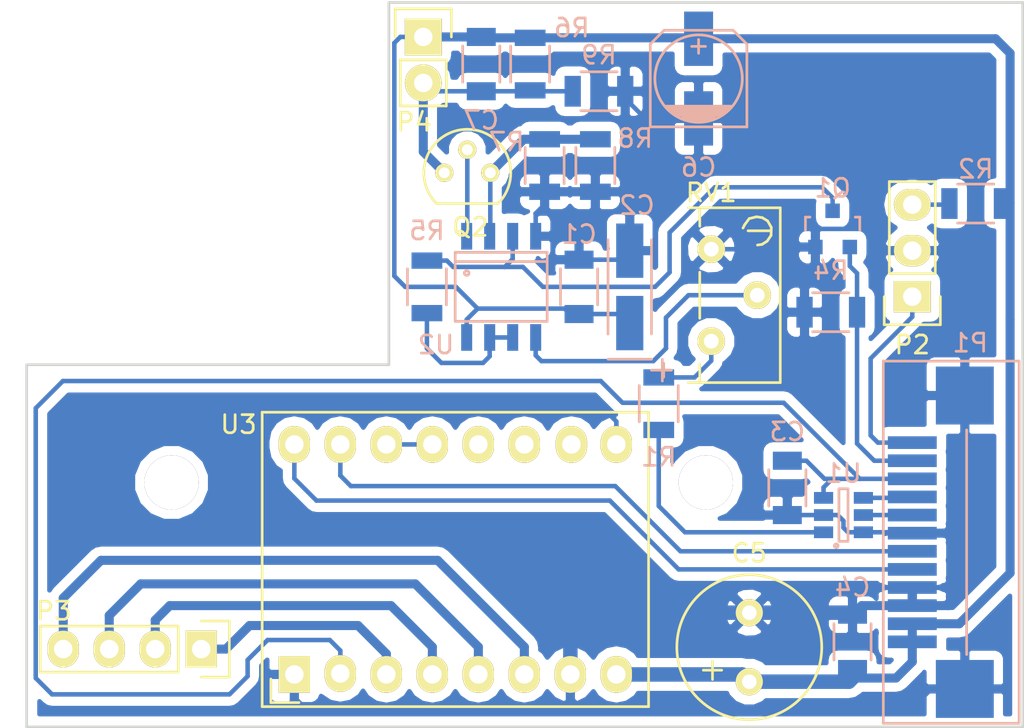
<source format=kicad_pcb>
(kicad_pcb (version 4) (host pcbnew "(2015-08-16 BZR 6097, Git b384c94)-product")

  (general
    (links 66)
    (no_connects 0)
    (area -0.075001 -40.075001 55.075001 0.075001)
    (thickness 1.6)
    (drawings 6)
    (tracks 228)
    (zones 0)
    (modules 27)
    (nets 27)
  )

  (page A4)
  (layers
    (0 F.Cu signal)
    (31 B.Cu signal)
    (32 B.Adhes user)
    (33 F.Adhes user)
    (34 B.Paste user)
    (35 F.Paste user)
    (36 B.SilkS user)
    (37 F.SilkS user)
    (38 B.Mask user)
    (39 F.Mask user)
    (40 Dwgs.User user)
    (41 Cmts.User user)
    (42 Eco1.User user)
    (43 Eco2.User user)
    (44 Edge.Cuts user)
    (45 Margin user)
    (46 B.CrtYd user)
    (47 F.CrtYd user)
    (48 B.Fab user)
    (49 F.Fab user)
  )

  (setup
    (last_trace_width 0.25)
    (trace_clearance 0.2)
    (zone_clearance 0.508)
    (zone_45_only no)
    (trace_min 0.2)
    (segment_width 0.2)
    (edge_width 0.15)
    (via_size 0.6)
    (via_drill 0.4)
    (via_min_size 0.4)
    (via_min_drill 0.3)
    (uvia_size 0.3)
    (uvia_drill 0.1)
    (uvias_allowed no)
    (uvia_min_size 0.2)
    (uvia_min_drill 0.1)
    (pcb_text_width 0.3)
    (pcb_text_size 1.5 1.5)
    (mod_edge_width 0.15)
    (mod_text_size 1 1)
    (mod_text_width 0.15)
    (pad_size 3.2 3.2)
    (pad_drill 0)
    (pad_to_mask_clearance 0.2)
    (aux_axis_origin 0 0)
    (visible_elements 7FFFFFFF)
    (pcbplotparams
      (layerselection 0x00030_80000001)
      (usegerberextensions false)
      (excludeedgelayer true)
      (linewidth 0.100000)
      (plotframeref false)
      (viasonmask false)
      (mode 1)
      (useauxorigin false)
      (hpglpennumber 1)
      (hpglpenspeed 20)
      (hpglpendiameter 15)
      (hpglpenoverlay 2)
      (psnegative false)
      (psa4output false)
      (plotreference true)
      (plotvalue true)
      (plotinvisibletext false)
      (padsonsilk false)
      (subtractmaskfromsilk false)
      (outputformat 1)
      (mirror false)
      (drillshape 1)
      (scaleselection 1)
      (outputdirectory ""))
  )

  (net 0 "")
  (net 1 +12V)
  (net 2 GND)
  (net 3 +3V3)
  (net 4 "Net-(C7-Pad2)")
  (net 5 "Net-(P1-Pad1)")
  (net 6 "Net-(P1-Pad2)")
  (net 7 /SDA)
  (net 8 /SCL)
  (net 9 "Net-(P1-Pad7)")
  (net 10 "Net-(P1-Pad8)")
  (net 11 "Net-(P3-Pad1)")
  (net 12 "Net-(P3-Pad2)")
  (net 13 "Net-(P3-Pad3)")
  (net 14 "Net-(P3-Pad4)")
  (net 15 "Net-(Q1-Pad3)")
  (net 16 "Net-(Q2-Pad2)")
  (net 17 "Net-(Q2-Pad3)")
  (net 18 "Net-(R1-Pad1)")
  (net 19 "Net-(R1-Pad2)")
  (net 20 "Net-(R5-Pad1)")
  (net 21 "Net-(RV1-Pad2)")
  (net 22 "Net-(U3-Pad10)")
  (net 23 "Net-(U3-Pad11)")
  (net 24 "Net-(U3-Pad12)")
  (net 25 "Net-(U3-Pad13)")
  (net 26 "Net-(P2-Pad3)")

  (net_class Default "This is the default net class."
    (clearance 0.2)
    (trace_width 0.25)
    (via_dia 0.6)
    (via_drill 0.4)
    (uvia_dia 0.3)
    (uvia_drill 0.1)
    (add_net +12V)
    (add_net +3V3)
    (add_net /SCL)
    (add_net /SDA)
    (add_net GND)
    (add_net "Net-(C7-Pad2)")
    (add_net "Net-(P1-Pad1)")
    (add_net "Net-(P1-Pad2)")
    (add_net "Net-(P1-Pad7)")
    (add_net "Net-(P1-Pad8)")
    (add_net "Net-(P2-Pad3)")
    (add_net "Net-(P3-Pad1)")
    (add_net "Net-(P3-Pad2)")
    (add_net "Net-(P3-Pad3)")
    (add_net "Net-(P3-Pad4)")
    (add_net "Net-(Q1-Pad3)")
    (add_net "Net-(Q2-Pad2)")
    (add_net "Net-(Q2-Pad3)")
    (add_net "Net-(R1-Pad1)")
    (add_net "Net-(R1-Pad2)")
    (add_net "Net-(R5-Pad1)")
    (add_net "Net-(RV1-Pad2)")
    (add_net "Net-(U3-Pad10)")
    (add_net "Net-(U3-Pad11)")
    (add_net "Net-(U3-Pad12)")
    (add_net "Net-(U3-Pad13)")
  )

  (module Capacitors_Tantalum_SMD:TantalC_SizeA_EIA-3216_HandSoldering (layer B.Cu) (tedit 0) (tstamp 55EF2A03)
    (at 33.3 -24.29898 90)
    (descr "Tantal Cap. , Size A, EIA-3216, Hand Soldering,")
    (tags "Tantal Cap. , Size A, EIA-3216, Hand Soldering,")
    (path /55EE02BC)
    (attr smd)
    (fp_text reference C2 (at 4.50102 0.4 180) (layer B.SilkS)
      (effects (font (size 1 1) (thickness 0.15)) (justify mirror))
    )
    (fp_text value 10uF/16V (at -0.09906 -3.0988 90) (layer B.Fab)
      (effects (font (size 1 1) (thickness 0.15)) (justify mirror))
    )
    (fp_text user + (at -4.59994 1.80086 90) (layer B.SilkS)
      (effects (font (size 1 1) (thickness 0.15)) (justify mirror))
    )
    (fp_line (start -2.60096 -1.19888) (end 2.60096 -1.19888) (layer B.SilkS) (width 0.15))
    (fp_line (start 2.60096 1.19888) (end -2.60096 1.19888) (layer B.SilkS) (width 0.15))
    (fp_line (start -4.59994 2.2987) (end -4.59994 1.19888) (layer B.SilkS) (width 0.15))
    (fp_line (start -5.19938 1.79832) (end -4.0005 1.79832) (layer B.SilkS) (width 0.15))
    (fp_line (start -3.99542 1.19888) (end -3.99542 -1.19888) (layer B.SilkS) (width 0.15))
    (pad 2 smd rect (at 1.99898 0 90) (size 2.99974 1.50114) (layers B.Cu B.Paste B.Mask)
      (net 2 GND))
    (pad 1 smd rect (at -1.99898 0 90) (size 2.99974 1.50114) (layers B.Cu B.Paste B.Mask)
      (net 1 +12V))
    (model Capacitors_Tantalum_SMD.3dshapes/TantalC_SizeA_EIA-3216_HandSoldering.wrl
      (at (xyz 0 0 0))
      (scale (xyz 1 1 1))
      (rotate (xyz 0 0 180))
    )
  )

  (module Capacitors_Elko_ThroughHole:Elko_vert_11.5x8mm_RM3.5_CopperClear (layer F.Cu) (tedit 5454A225) (tstamp 55EF2A15)
    (at 39.9 -2.5 90)
    (descr "Electrolytic Capacitor, vertical, diameter 8mm, RM 3,5mm, Copper clear, radial,")
    (tags "Electrolytic Capacitor, vertical, diameter 8mm, RM 3,5mm, Elko, Electrolytkondensator, Kondensator gepolt, Durchmesser 8mm, Copper clear,")
    (path /55EE0324)
    (fp_text reference C5 (at 7.1 0 180) (layer F.SilkS)
      (effects (font (size 1 1) (thickness 0.15)))
    )
    (fp_text value 100uF/16V (at 2 -0.1 180) (layer F.Fab)
      (effects (font (size 1 1) (thickness 0.15)))
    )
    (fp_line (start 0.635 -2.54) (end 0.635 -1.524) (layer F.SilkS) (width 0.15))
    (fp_line (start 0.127 -2.032) (end 1.143 -2.032) (layer F.SilkS) (width 0.15))
    (fp_circle (center 1.905 0) (end 5.9055 0) (layer F.SilkS) (width 0.15))
    (pad 2 thru_hole circle (at 3.81 0 90) (size 1.50114 1.50114) (drill 0.8001) (layers *.Cu *.Mask F.SilkS)
      (net 2 GND))
    (pad 1 thru_hole circle (at 0 0 90) (size 1.50114 1.50114) (drill 0.8001) (layers *.Cu *.Mask F.SilkS)
      (net 1 +12V))
    (model Capacitors_Elko_ThroughHole.3dshapes/Elko_vert_11.5x8mm_RM3.5_CopperClear.wrl
      (at (xyz 0 0 0))
      (scale (xyz 1 1 1))
      (rotate (xyz 0 0 0))
    )
  )

  (module Capacitors_SMD:c_elec_5x4.5 (layer B.Cu) (tedit 556FE015) (tstamp 55EF2A1B)
    (at 37.1 -35.8 90)
    (descr "SMT capacitor, aluminium electrolytic, 5x4.5")
    (path /55EE0231)
    (attr smd)
    (fp_text reference C6 (at -4.9 0 180) (layer B.SilkS)
      (effects (font (size 1 1) (thickness 0.15)) (justify mirror))
    )
    (fp_text value 100uF/16V (at 0 -3.81 90) (layer B.Fab)
      (effects (font (size 1 1) (thickness 0.15)) (justify mirror))
    )
    (fp_line (start -3.95 3) (end 3.95 3) (layer B.CrtYd) (width 0.05))
    (fp_line (start 3.95 3) (end 3.95 -3) (layer B.CrtYd) (width 0.05))
    (fp_line (start 3.95 -3) (end -3.95 -3) (layer B.CrtYd) (width 0.05))
    (fp_line (start -3.95 -3) (end -3.95 3) (layer B.CrtYd) (width 0.05))
    (fp_line (start -2.286 0.635) (end -2.286 -0.762) (layer B.SilkS) (width 0.15))
    (fp_line (start -2.159 0.889) (end -2.159 -0.889) (layer B.SilkS) (width 0.15))
    (fp_line (start -2.032 1.27) (end -2.032 -1.27) (layer B.SilkS) (width 0.15))
    (fp_line (start -1.905 -1.397) (end -1.905 1.397) (layer B.SilkS) (width 0.15))
    (fp_line (start -1.778 1.524) (end -1.778 -1.524) (layer B.SilkS) (width 0.15))
    (fp_line (start -1.651 -1.651) (end -1.651 1.651) (layer B.SilkS) (width 0.15))
    (fp_line (start -1.524 1.778) (end -1.524 -1.778) (layer B.SilkS) (width 0.15))
    (fp_line (start -2.667 2.667) (end 1.905 2.667) (layer B.SilkS) (width 0.15))
    (fp_line (start 1.905 2.667) (end 2.667 1.905) (layer B.SilkS) (width 0.15))
    (fp_line (start 2.667 1.905) (end 2.667 -1.905) (layer B.SilkS) (width 0.15))
    (fp_line (start 2.667 -1.905) (end 1.905 -2.667) (layer B.SilkS) (width 0.15))
    (fp_line (start 1.905 -2.667) (end -2.667 -2.667) (layer B.SilkS) (width 0.15))
    (fp_line (start -2.667 -2.667) (end -2.667 2.667) (layer B.SilkS) (width 0.15))
    (fp_line (start 2.159 0) (end 1.397 0) (layer B.SilkS) (width 0.15))
    (fp_line (start 1.778 0.381) (end 1.778 -0.381) (layer B.SilkS) (width 0.15))
    (fp_circle (center 0 0) (end -2.413 0) (layer B.SilkS) (width 0.15))
    (pad 1 smd rect (at 2.19964 0 90) (size 2.99974 1.6002) (layers B.Cu B.Paste B.Mask)
      (net 1 +12V))
    (pad 2 smd rect (at -2.19964 0 90) (size 2.99974 1.6002) (layers B.Cu B.Paste B.Mask)
      (net 2 GND))
    (model Capacitors_SMD.3dshapes/c_elec_5x4.5.wrl
      (at (xyz 0 0 0))
      (scale (xyz 1 1 1))
      (rotate (xyz 0 0 0))
    )
  )

  (module Engineering_Conn:MOLEX_52271-1279 (layer B.Cu) (tedit 55EFC00C) (tstamp 55EF2A38)
    (at 48.9 -10.2 270)
    (path /55EE03B5)
    (fp_text reference P1 (at -11 -3.2 360) (layer B.SilkS)
      (effects (font (size 1 1) (thickness 0.15)) (justify mirror))
    )
    (fp_text value CONTROLLER (at 0 -3.9 270) (layer B.Fab)
      (effects (font (size 1 1) (thickness 0.15)) (justify mirror))
    )
    (fp_line (start -10 1.6) (end -10 -5.9) (layer B.SilkS) (width 0.15))
    (fp_line (start -6.2 -3) (end 6.2 -3) (layer B.SilkS) (width 0.15))
    (fp_line (start 10 -5.9) (end -10 -5.9) (layer B.SilkS) (width 0.15))
    (fp_line (start 10 1.6) (end 10 -5.9) (layer B.SilkS) (width 0.15))
    (fp_line (start -10 1.6) (end 10 1.6) (layer B.SilkS) (width 0.15))
    (pad 1 smd rect (at -5.5 0 270) (size 0.7 2.7) (layers B.Cu B.Paste B.Mask)
      (net 5 "Net-(P1-Pad1)"))
    (pad 2 smd rect (at -4.5 0 270) (size 0.7 2.7) (layers B.Cu B.Paste B.Mask)
      (net 6 "Net-(P1-Pad2)"))
    (pad 3 smd rect (at -3.5 0 270) (size 0.7 2.7) (layers B.Cu B.Paste B.Mask)
      (net 3 +3V3))
    (pad 4 smd rect (at -2.5 0 270) (size 0.7 2.7) (layers B.Cu B.Paste B.Mask)
      (net 7 /SDA))
    (pad 5 smd rect (at -1.5 0 270) (size 0.7 2.7) (layers B.Cu B.Paste B.Mask)
      (net 8 /SCL))
    (pad 6 smd rect (at -0.5 0 270) (size 0.7 2.7) (layers B.Cu B.Paste B.Mask)
      (net 2 GND))
    (pad 7 smd rect (at 0.5 0 270) (size 0.7 2.7) (layers B.Cu B.Paste B.Mask)
      (net 9 "Net-(P1-Pad7)"))
    (pad 8 smd rect (at 1.5 0 270) (size 0.7 2.7) (layers B.Cu B.Paste B.Mask)
      (net 10 "Net-(P1-Pad8)"))
    (pad 9 smd rect (at 2.5 0 270) (size 0.7 2.7) (layers B.Cu B.Paste B.Mask)
      (net 2 GND))
    (pad 10 smd rect (at 3.5 0 270) (size 0.7 2.7) (layers B.Cu B.Paste B.Mask)
      (net 2 GND))
    (pad 11 smd rect (at 4.5 0 270) (size 0.7 2.7) (layers B.Cu B.Paste B.Mask)
      (net 1 +12V))
    (pad 12 smd rect (at 5.5 0 270) (size 0.7 2.7) (layers B.Cu B.Paste B.Mask)
      (net 1 +12V))
    (pad 13 smd rect (at -8.1 -2.9 270) (size 3.2 3.2) (layers B.Cu B.Paste B.Mask)
      (net 2 GND))
    (pad 14 smd rect (at 8.1 -2.9 270) (size 3.2 3.2) (layers B.Cu B.Paste B.Mask)
      (net 2 GND))
  )

  (module Pin_Headers:Pin_Header_Straight_1x03 (layer F.Cu) (tedit 0) (tstamp 55EF2A3F)
    (at 48.9 -23.76 180)
    (descr "Through hole pin header")
    (tags "pin header")
    (path /55EE0494)
    (fp_text reference P2 (at 0 -2.66 180) (layer F.SilkS)
      (effects (font (size 1 1) (thickness 0.15)))
    )
    (fp_text value ZHOME (at -0.1 8.04 180) (layer F.Fab)
      (effects (font (size 1 1) (thickness 0.15)))
    )
    (fp_line (start -1.75 -1.75) (end -1.75 6.85) (layer F.CrtYd) (width 0.05))
    (fp_line (start 1.75 -1.75) (end 1.75 6.85) (layer F.CrtYd) (width 0.05))
    (fp_line (start -1.75 -1.75) (end 1.75 -1.75) (layer F.CrtYd) (width 0.05))
    (fp_line (start -1.75 6.85) (end 1.75 6.85) (layer F.CrtYd) (width 0.05))
    (fp_line (start -1.27 1.27) (end -1.27 6.35) (layer F.SilkS) (width 0.15))
    (fp_line (start -1.27 6.35) (end 1.27 6.35) (layer F.SilkS) (width 0.15))
    (fp_line (start 1.27 6.35) (end 1.27 1.27) (layer F.SilkS) (width 0.15))
    (fp_line (start 1.55 -1.55) (end 1.55 0) (layer F.SilkS) (width 0.15))
    (fp_line (start 1.27 1.27) (end -1.27 1.27) (layer F.SilkS) (width 0.15))
    (fp_line (start -1.55 0) (end -1.55 -1.55) (layer F.SilkS) (width 0.15))
    (fp_line (start -1.55 -1.55) (end 1.55 -1.55) (layer F.SilkS) (width 0.15))
    (pad 1 thru_hole rect (at 0 0 180) (size 2.032 1.7272) (drill 1.016) (layers *.Cu *.Mask F.SilkS)
      (net 5 "Net-(P1-Pad1)"))
    (pad 2 thru_hole oval (at 0 2.54 180) (size 2.032 1.7272) (drill 1.016) (layers *.Cu *.Mask F.SilkS)
      (net 2 GND))
    (pad 3 thru_hole oval (at 0 5.08 180) (size 2.032 1.7272) (drill 1.016) (layers *.Cu *.Mask F.SilkS)
      (net 26 "Net-(P2-Pad3)"))
    (model Pin_Headers.3dshapes/Pin_Header_Straight_1x03.wrl
      (at (xyz 0 -0.1 0))
      (scale (xyz 1 1 1))
      (rotate (xyz 0 0 90))
    )
  )

  (module Pin_Headers:Pin_Header_Straight_1x04 (layer F.Cu) (tedit 0) (tstamp 55EF2A47)
    (at 9.64 -4.3 270)
    (descr "Through hole pin header")
    (tags "pin header")
    (path /55EE0630)
    (fp_text reference P3 (at -2.1 8.14 360) (layer F.SilkS)
      (effects (font (size 1 1) (thickness 0.15)))
    )
    (fp_text value "ZAXIS (Focus)" (at 2.9 3.44 360) (layer F.Fab)
      (effects (font (size 1 1) (thickness 0.15)))
    )
    (fp_line (start -1.75 -1.75) (end -1.75 9.4) (layer F.CrtYd) (width 0.05))
    (fp_line (start 1.75 -1.75) (end 1.75 9.4) (layer F.CrtYd) (width 0.05))
    (fp_line (start -1.75 -1.75) (end 1.75 -1.75) (layer F.CrtYd) (width 0.05))
    (fp_line (start -1.75 9.4) (end 1.75 9.4) (layer F.CrtYd) (width 0.05))
    (fp_line (start -1.27 1.27) (end -1.27 8.89) (layer F.SilkS) (width 0.15))
    (fp_line (start 1.27 1.27) (end 1.27 8.89) (layer F.SilkS) (width 0.15))
    (fp_line (start 1.55 -1.55) (end 1.55 0) (layer F.SilkS) (width 0.15))
    (fp_line (start -1.27 8.89) (end 1.27 8.89) (layer F.SilkS) (width 0.15))
    (fp_line (start 1.27 1.27) (end -1.27 1.27) (layer F.SilkS) (width 0.15))
    (fp_line (start -1.55 0) (end -1.55 -1.55) (layer F.SilkS) (width 0.15))
    (fp_line (start -1.55 -1.55) (end 1.55 -1.55) (layer F.SilkS) (width 0.15))
    (pad 1 thru_hole rect (at 0 0 270) (size 2.032 1.7272) (drill 1.016) (layers *.Cu *.Mask F.SilkS)
      (net 11 "Net-(P3-Pad1)"))
    (pad 2 thru_hole oval (at 0 2.54 270) (size 2.032 1.7272) (drill 1.016) (layers *.Cu *.Mask F.SilkS)
      (net 12 "Net-(P3-Pad2)"))
    (pad 3 thru_hole oval (at 0 5.08 270) (size 2.032 1.7272) (drill 1.016) (layers *.Cu *.Mask F.SilkS)
      (net 13 "Net-(P3-Pad3)"))
    (pad 4 thru_hole oval (at 0 7.62 270) (size 2.032 1.7272) (drill 1.016) (layers *.Cu *.Mask F.SilkS)
      (net 14 "Net-(P3-Pad4)"))
    (model Pin_Headers.3dshapes/Pin_Header_Straight_1x04.wrl
      (at (xyz 0 -0.15 0))
      (scale (xyz 1 1 1))
      (rotate (xyz 0 0 90))
    )
  )

  (module Pin_Headers:Pin_Header_Straight_1x02 (layer F.Cu) (tedit 54EA090C) (tstamp 55EF2A4D)
    (at 21.9 -38.1)
    (descr "Through hole pin header")
    (tags "pin header")
    (path /55EE0511)
    (fp_text reference P4 (at -0.5 4.7) (layer F.SilkS)
      (effects (font (size 1 1) (thickness 0.15)))
    )
    (fp_text value "LASER DIODE (SLD3235VF)" (at -13.2 1.6) (layer F.Fab)
      (effects (font (size 1 1) (thickness 0.15)))
    )
    (fp_line (start 1.27 1.27) (end 1.27 3.81) (layer F.SilkS) (width 0.15))
    (fp_line (start 1.55 -1.55) (end 1.55 0) (layer F.SilkS) (width 0.15))
    (fp_line (start -1.75 -1.75) (end -1.75 4.3) (layer F.CrtYd) (width 0.05))
    (fp_line (start 1.75 -1.75) (end 1.75 4.3) (layer F.CrtYd) (width 0.05))
    (fp_line (start -1.75 -1.75) (end 1.75 -1.75) (layer F.CrtYd) (width 0.05))
    (fp_line (start -1.75 4.3) (end 1.75 4.3) (layer F.CrtYd) (width 0.05))
    (fp_line (start 1.27 1.27) (end -1.27 1.27) (layer F.SilkS) (width 0.15))
    (fp_line (start -1.55 0) (end -1.55 -1.55) (layer F.SilkS) (width 0.15))
    (fp_line (start -1.55 -1.55) (end 1.55 -1.55) (layer F.SilkS) (width 0.15))
    (fp_line (start -1.27 1.27) (end -1.27 3.81) (layer F.SilkS) (width 0.15))
    (fp_line (start -1.27 3.81) (end 1.27 3.81) (layer F.SilkS) (width 0.15))
    (pad 1 thru_hole rect (at 0 0) (size 2.032 2.032) (drill 1.016) (layers *.Cu *.Mask F.SilkS)
      (net 1 +12V))
    (pad 2 thru_hole oval (at 0 2.54) (size 2.032 2.032) (drill 1.016) (layers *.Cu *.Mask F.SilkS)
      (net 4 "Net-(C7-Pad2)"))
    (model Pin_Headers.3dshapes/Pin_Header_Straight_1x02.wrl
      (at (xyz 0 -0.05 0))
      (scale (xyz 1 1 1))
      (rotate (xyz 0 0 90))
    )
  )

  (module Housings_SOT-23_SOT-143_TSOT-6:SOT-23 (layer B.Cu) (tedit 553634F8) (tstamp 55EF2A54)
    (at 44.5 -27.50076 180)
    (descr "SOT-23, Standard")
    (tags SOT-23)
    (path /55EE0155)
    (attr smd)
    (fp_text reference Q1 (at 0 2.25 180) (layer B.SilkS)
      (effects (font (size 1 1) (thickness 0.15)) (justify mirror))
    )
    (fp_text value 2N7002 (at -0.1 3.5 180) (layer B.Fab)
      (effects (font (size 1 1) (thickness 0.15)) (justify mirror))
    )
    (fp_line (start -1.65 1.6) (end 1.65 1.6) (layer B.CrtYd) (width 0.05))
    (fp_line (start 1.65 1.6) (end 1.65 -1.6) (layer B.CrtYd) (width 0.05))
    (fp_line (start 1.65 -1.6) (end -1.65 -1.6) (layer B.CrtYd) (width 0.05))
    (fp_line (start -1.65 -1.6) (end -1.65 1.6) (layer B.CrtYd) (width 0.05))
    (fp_line (start 1.29916 0.65024) (end 1.2509 0.65024) (layer B.SilkS) (width 0.15))
    (fp_line (start -1.49982 -0.0508) (end -1.49982 0.65024) (layer B.SilkS) (width 0.15))
    (fp_line (start -1.49982 0.65024) (end -1.2509 0.65024) (layer B.SilkS) (width 0.15))
    (fp_line (start 1.29916 0.65024) (end 1.49982 0.65024) (layer B.SilkS) (width 0.15))
    (fp_line (start 1.49982 0.65024) (end 1.49982 -0.0508) (layer B.SilkS) (width 0.15))
    (pad 1 smd rect (at -0.95 -1.00076 180) (size 0.8001 0.8001) (layers B.Cu B.Paste B.Mask)
      (net 6 "Net-(P1-Pad2)"))
    (pad 2 smd rect (at 0.95 -1.00076 180) (size 0.8001 0.8001) (layers B.Cu B.Paste B.Mask)
      (net 2 GND))
    (pad 3 smd rect (at 0 0.99822 180) (size 0.8001 0.8001) (layers B.Cu B.Paste B.Mask)
      (net 15 "Net-(Q1-Pad3)"))
    (model Housings_SOT-23_SOT-143_TSOT-6.3dshapes/SOT-23.wrl
      (at (xyz 0 0 0))
      (scale (xyz 1 1 1))
      (rotate (xyz 0 0 0))
    )
  )

  (module Housings_TO-92:TO-92_Molded_Narrow (layer F.Cu) (tedit 54F242E1) (tstamp 55EF2A5B)
    (at 23.06 -30.6)
    (descr "TO-92 leads molded, narrow, drill 0.6mm (see NXP sot054_po.pdf)")
    (tags "to-92 sc-43 sc-43a sot54 PA33 transistor")
    (path /55EF5B64)
    (fp_text reference Q2 (at 1.44 3) (layer F.SilkS)
      (effects (font (size 1 1) (thickness 0.15)))
    )
    (fp_text value BC547 (at 1.24 1.9) (layer F.Fab)
      (effects (font (size 1 1) (thickness 0.15)))
    )
    (fp_line (start -1.4 1.95) (end -1.4 -2.65) (layer F.CrtYd) (width 0.05))
    (fp_line (start -1.4 1.95) (end 3.9 1.95) (layer F.CrtYd) (width 0.05))
    (fp_line (start -0.43 1.7) (end 2.97 1.7) (layer F.SilkS) (width 0.15))
    (fp_arc (start 1.27 0) (end 1.27 -2.4) (angle -135) (layer F.SilkS) (width 0.15))
    (fp_arc (start 1.27 0) (end 1.27 -2.4) (angle 135) (layer F.SilkS) (width 0.15))
    (fp_line (start -1.4 -2.65) (end 3.9 -2.65) (layer F.CrtYd) (width 0.05))
    (fp_line (start 3.9 1.95) (end 3.9 -2.65) (layer F.CrtYd) (width 0.05))
    (pad 2 thru_hole circle (at 1.27 -1.27 90) (size 1.00076 1.00076) (drill 0.6) (layers *.Cu *.Mask F.SilkS)
      (net 16 "Net-(Q2-Pad2)"))
    (pad 3 thru_hole circle (at 2.54 0 90) (size 1.00076 1.00076) (drill 0.6) (layers *.Cu *.Mask F.SilkS)
      (net 17 "Net-(Q2-Pad3)"))
    (pad 1 thru_hole circle (at 0 0 90) (size 1.00076 1.00076) (drill 0.6) (layers *.Cu *.Mask F.SilkS)
      (net 4 "Net-(C7-Pad2)"))
    (model Housings_TO-92.3dshapes/TO-92_Molded_Narrow.wrl
      (at (xyz 0.05 0 0))
      (scale (xyz 1 1 1))
      (rotate (xyz 0 0 -90))
    )
  )

  (module Potentiometers:Potentiometer_Bourns_3296Y_3-8Zoll_Angular_ScrewUp (layer F.Cu) (tedit 54130BC5) (tstamp 55EF2A98)
    (at 37.8 -26.38 180)
    (descr "3296, 3/8, Square, Trimpot, Trimming, Potentiometer, Bourns")
    (tags "3296, 3/8, Square, Trimpot, Trimming, Potentiometer, Bourns")
    (path /55EE4E00)
    (fp_text reference RV1 (at 0 3.12 180) (layer F.SilkS)
      (effects (font (size 1 1) (thickness 0.15)))
    )
    (fp_text value 5K (at -2.5 1.12 180) (layer F.Fab)
      (effects (font (size 1 1) (thickness 0.15)))
    )
    (fp_line (start 0.635 1.27) (end 0.635 2.286) (layer F.SilkS) (width 0.15))
    (fp_line (start 0.635 -3.81) (end 0.635 -1.27) (layer F.SilkS) (width 0.15))
    (fp_line (start 0.635 -7.366) (end 0.635 -6.35) (layer F.SilkS) (width 0.15))
    (fp_line (start -3.302 1.016) (end -2.032 1.016) (layer F.SilkS) (width 0.15))
    (fp_line (start -2.5527 0.2286) (end -2.8067 0.2667) (layer F.SilkS) (width 0.15))
    (fp_line (start -2.8067 0.2667) (end -3.0861 0.4445) (layer F.SilkS) (width 0.15))
    (fp_line (start -3.0861 0.4445) (end -3.302 0.762) (layer F.SilkS) (width 0.15))
    (fp_line (start -3.302 0.762) (end -3.3147 1.2065) (layer F.SilkS) (width 0.15))
    (fp_line (start -3.3147 1.2065) (end -3.1115 1.5621) (layer F.SilkS) (width 0.15))
    (fp_line (start -3.1115 1.5621) (end -2.8194 1.7399) (layer F.SilkS) (width 0.15))
    (fp_line (start -2.8194 1.7399) (end -2.5019 1.7907) (layer F.SilkS) (width 0.15))
    (fp_line (start -2.5019 1.7907) (end -2.0955 1.6891) (layer F.SilkS) (width 0.15))
    (fp_line (start -2.0955 1.6891) (end -1.8415 1.3462) (layer F.SilkS) (width 0.15))
    (fp_line (start -1.8415 1.3462) (end -1.7526 1.1684) (layer F.SilkS) (width 0.15))
    (fp_line (start -2.54 2.286) (end -3.81 2.286) (layer F.SilkS) (width 0.15))
    (fp_line (start -3.81 2.286) (end -3.81 -7.366) (layer F.SilkS) (width 0.15))
    (fp_line (start -3.81 -7.366) (end 1.27 -7.366) (layer F.SilkS) (width 0.15))
    (fp_line (start 1.27 2.286) (end -1.27 2.286) (layer F.SilkS) (width 0.15))
    (fp_line (start -1.27 2.286) (end -2.54 2.286) (layer F.SilkS) (width 0.15))
    (pad 2 thru_hole circle (at -2.54 -2.54 180) (size 1.524 1.524) (drill 0.8128) (layers *.Cu *.Mask F.SilkS)
      (net 21 "Net-(RV1-Pad2)"))
    (pad 3 thru_hole circle (at 0 -5.08 180) (size 1.524 1.524) (drill 0.8128) (layers *.Cu *.Mask F.SilkS)
      (net 19 "Net-(R1-Pad2)"))
    (pad 1 thru_hole circle (at 0 0 180) (size 1.524 1.524) (drill 0.8128) (layers *.Cu *.Mask F.SilkS)
      (net 2 GND))
    (model Potentiometers.3dshapes/Potentiometer_Bourns_3296Y_3-8Zoll_Angular_ScrewUp.wrl
      (at (xyz 0 0 0))
      (scale (xyz 1 1 1))
      (rotate (xyz 0 0 0))
    )
  )

  (module Housings_SOT-23_SOT-143_TSOT-6:SOT-23-6 (layer B.Cu) (tedit 53DE8DE3) (tstamp 55EF2AA2)
    (at 45.1 -11.7)
    (descr "6-pin SOT-23 package")
    (tags SOT-23-6)
    (path /55EDF86C)
    (attr smd)
    (fp_text reference U1 (at 0 -2.3) (layer B.SilkS)
      (effects (font (size 1 1) (thickness 0.15)) (justify mirror))
    )
    (fp_text value MCP4725 (at -4.4 2.2) (layer B.Fab)
      (effects (font (size 1 1) (thickness 0.15)) (justify mirror))
    )
    (fp_circle (center -0.4 1.7) (end -0.3 1.7) (layer B.SilkS) (width 0.15))
    (fp_line (start 0.25 1.45) (end -0.25 1.45) (layer B.SilkS) (width 0.15))
    (fp_line (start 0.25 -1.45) (end 0.25 1.45) (layer B.SilkS) (width 0.15))
    (fp_line (start -0.25 -1.45) (end 0.25 -1.45) (layer B.SilkS) (width 0.15))
    (fp_line (start -0.25 1.45) (end -0.25 -1.45) (layer B.SilkS) (width 0.15))
    (pad 1 smd rect (at -1.1 0.95) (size 1.06 0.65) (layers B.Cu B.Paste B.Mask)
      (net 18 "Net-(R1-Pad1)"))
    (pad 2 smd rect (at -1.1 0) (size 1.06 0.65) (layers B.Cu B.Paste B.Mask)
      (net 2 GND))
    (pad 3 smd rect (at -1.1 -0.95) (size 1.06 0.65) (layers B.Cu B.Paste B.Mask)
      (net 3 +3V3))
    (pad 4 smd rect (at 1.1 -0.95) (size 1.06 0.65) (layers B.Cu B.Paste B.Mask)
      (net 7 /SDA))
    (pad 6 smd rect (at 1.1 0.95) (size 1.06 0.65) (layers B.Cu B.Paste B.Mask)
      (net 2 GND))
    (pad 5 smd rect (at 1.1 0) (size 1.06 0.65) (layers B.Cu B.Paste B.Mask)
      (net 8 /SCL))
    (model Housings_SOT-23_SOT-143_TSOT-6.3dshapes/SOT-23-6.wrl
      (at (xyz 0 0 0))
      (scale (xyz 1 1 1))
      (rotate (xyz 0 0 0))
    )
  )

  (module Engineering_Conn:Polulu_A4988 (layer F.Cu) (tedit 55EF25CB) (tstamp 55EF2AC6)
    (at 14.78 -9.25 90)
    (descr "Through hole pin header")
    (tags "pin header")
    (path /55EDFA04)
    (fp_text reference U3 (at 7.45 -3.08 180) (layer F.SilkS)
      (effects (font (size 1 1) (thickness 0.15)))
    )
    (fp_text value POLOLU_A4988 (at 1.65 9.32 180) (layer F.Fab)
      (effects (font (size 1 1) (thickness 0.15)))
    )
    (fp_line (start -8.128 19.558) (end -8.128 -1.778) (layer F.SilkS) (width 0.15))
    (fp_line (start 8.128 19.558) (end -8.128 19.558) (layer F.SilkS) (width 0.15))
    (fp_line (start 8.128 -1.778) (end 8.128 19.558) (layer F.SilkS) (width 0.15))
    (fp_line (start -8.128 -1.778) (end 8.128 -1.778) (layer F.SilkS) (width 0.15))
    (fp_line (start -8.128 -1.778) (end -8.128 19.522) (layer F.CrtYd) (width 0.05))
    (fp_line (start 8.128 -1.778) (end 8.128 19.522) (layer F.CrtYd) (width 0.05))
    (fp_line (start -8.128 -1.778) (end 8.128 -1.778) (layer F.CrtYd) (width 0.05))
    (fp_line (start -8.128 19.558) (end 8.128 19.558) (layer F.CrtYd) (width 0.05))
    (fp_line (start -7.904 -1.296) (end -7.904 0.254) (layer F.SilkS) (width 0.15))
    (fp_line (start -6.604 -1.296) (end -7.904 -1.296) (layer F.SilkS) (width 0.15))
    (pad 1 thru_hole rect (at -6.35 0 90) (size 2.032 1.7272) (drill 1.016) (layers *.Cu *.Mask F.SilkS)
      (net 2 GND))
    (pad 2 thru_hole oval (at -6.2992 2.54 90) (size 2.032 1.7272) (drill 1.016) (layers *.Cu *.Mask F.SilkS)
      (net 3 +3V3))
    (pad 3 thru_hole oval (at -6.35 5.08 90) (size 2.032 1.7272) (drill 1.016) (layers *.Cu *.Mask F.SilkS)
      (net 11 "Net-(P3-Pad1)"))
    (pad 4 thru_hole oval (at -6.35 7.62 90) (size 2.032 1.7272) (drill 1.016) (layers *.Cu *.Mask F.SilkS)
      (net 12 "Net-(P3-Pad2)"))
    (pad 5 thru_hole oval (at -6.35 10.16 90) (size 2.032 1.7272) (drill 1.016) (layers *.Cu *.Mask F.SilkS)
      (net 13 "Net-(P3-Pad3)"))
    (pad 6 thru_hole oval (at -6.35 12.7 90) (size 2.032 1.7272) (drill 1.016) (layers *.Cu *.Mask F.SilkS)
      (net 14 "Net-(P3-Pad4)"))
    (pad 7 thru_hole oval (at -6.35 15.24 90) (size 2.032 1.7272) (drill 1.016) (layers *.Cu *.Mask F.SilkS)
      (net 2 GND))
    (pad 8 thru_hole oval (at -6.35 17.78 90) (size 2.032 1.7272) (drill 1.016) (layers *.Cu *.Mask F.SilkS)
      (net 1 +12V))
    (pad 9 thru_hole oval (at 6.35 17.78 90) (size 2.032 1.7272) (drill 1.016) (layers *.Cu *.Mask F.SilkS)
      (net 2 GND))
    (pad 10 thru_hole oval (at 6.35 15.3 90) (size 2.032 1.7272) (drill 1.016) (layers *.Cu *.Mask F.SilkS)
      (net 22 "Net-(U3-Pad10)"))
    (pad 11 thru_hole oval (at 6.35 12.7 90) (size 2.032 1.7272) (drill 1.016) (layers *.Cu *.Mask F.SilkS)
      (net 23 "Net-(U3-Pad11)"))
    (pad 12 thru_hole oval (at 6.35 10.16 90) (size 2.032 1.7272) (drill 1.016) (layers *.Cu *.Mask F.SilkS)
      (net 24 "Net-(U3-Pad12)"))
    (pad 13 thru_hole oval (at 6.35 7.62 90) (size 2.032 1.7272) (drill 1.016) (layers *.Cu *.Mask F.SilkS)
      (net 25 "Net-(U3-Pad13)"))
    (pad 14 thru_hole oval (at 6.35 5.08 90) (size 2.032 1.7272) (drill 1.016) (layers *.Cu *.Mask F.SilkS)
      (net 25 "Net-(U3-Pad13)"))
    (pad 15 thru_hole oval (at 6.35 2.54 90) (size 2.032 1.7272) (drill 1.016) (layers *.Cu *.Mask F.SilkS)
      (net 9 "Net-(P1-Pad7)"))
    (pad 16 thru_hole oval (at 6.35 0 90) (size 2.032 1.7272) (drill 1.016) (layers *.Cu *.Mask F.SilkS)
      (net 10 "Net-(P1-Pad8)"))
  )

  (module Resistors_SMD:R_1206 (layer B.Cu) (tedit 5415CFA7) (tstamp 55EF4691)
    (at 34.9 -17.85 90)
    (descr "Resistor SMD 1206, reflow soldering, Vishay (see dcrcw.pdf)")
    (tags "resistor 1206")
    (path /55EE4D5C)
    (attr smd)
    (fp_text reference R1 (at -2.95 0 180) (layer B.SilkS)
      (effects (font (size 1 1) (thickness 0.15)) (justify mirror))
    )
    (fp_text value 39K (at 0 -2.3 90) (layer B.Fab)
      (effects (font (size 1 1) (thickness 0.15)) (justify mirror))
    )
    (fp_line (start -2.2 1.2) (end 2.2 1.2) (layer B.CrtYd) (width 0.05))
    (fp_line (start -2.2 -1.2) (end 2.2 -1.2) (layer B.CrtYd) (width 0.05))
    (fp_line (start -2.2 1.2) (end -2.2 -1.2) (layer B.CrtYd) (width 0.05))
    (fp_line (start 2.2 1.2) (end 2.2 -1.2) (layer B.CrtYd) (width 0.05))
    (fp_line (start 1 -1.075) (end -1 -1.075) (layer B.SilkS) (width 0.15))
    (fp_line (start -1 1.075) (end 1 1.075) (layer B.SilkS) (width 0.15))
    (pad 1 smd rect (at -1.45 0 90) (size 0.9 1.7) (layers B.Cu B.Paste B.Mask)
      (net 18 "Net-(R1-Pad1)"))
    (pad 2 smd rect (at 1.45 0 90) (size 0.9 1.7) (layers B.Cu B.Paste B.Mask)
      (net 19 "Net-(R1-Pad2)"))
    (model Resistors_SMD.3dshapes/R_1206.wrl
      (at (xyz 0 0 0))
      (scale (xyz 1 1 1))
      (rotate (xyz 0 0 0))
    )
  )

  (module Resistors_SMD:R_1206 (layer B.Cu) (tedit 5415CFA7) (tstamp 55EF4696)
    (at 52.4 -28.9)
    (descr "Resistor SMD 1206, reflow soldering, Vishay (see dcrcw.pdf)")
    (tags "resistor 1206")
    (path /55EE6729)
    (attr smd)
    (fp_text reference R2 (at 0 -1.9 180) (layer B.SilkS)
      (effects (font (size 1 1) (thickness 0.15)) (justify mirror))
    )
    (fp_text value 4K7 (at 0 0.2 90) (layer B.Fab)
      (effects (font (size 1 1) (thickness 0.15)) (justify mirror))
    )
    (fp_line (start -2.2 1.2) (end 2.2 1.2) (layer B.CrtYd) (width 0.05))
    (fp_line (start -2.2 -1.2) (end 2.2 -1.2) (layer B.CrtYd) (width 0.05))
    (fp_line (start -2.2 1.2) (end -2.2 -1.2) (layer B.CrtYd) (width 0.05))
    (fp_line (start 2.2 1.2) (end 2.2 -1.2) (layer B.CrtYd) (width 0.05))
    (fp_line (start 1 -1.075) (end -1 -1.075) (layer B.SilkS) (width 0.15))
    (fp_line (start -1 1.075) (end 1 1.075) (layer B.SilkS) (width 0.15))
    (pad 1 smd rect (at -1.45 0) (size 0.9 1.7) (layers B.Cu B.Paste B.Mask)
      (net 26 "Net-(P2-Pad3)"))
    (pad 2 smd rect (at 1.45 0) (size 0.9 1.7) (layers B.Cu B.Paste B.Mask)
      (net 1 +12V))
    (model Resistors_SMD.3dshapes/R_1206.wrl
      (at (xyz 0 0 0))
      (scale (xyz 1 1 1))
      (rotate (xyz 0 0 0))
    )
  )

  (module Resistors_SMD:R_1206 (layer B.Cu) (tedit 5415CFA7) (tstamp 55EF46A0)
    (at 44.4 -22.9 180)
    (descr "Resistor SMD 1206, reflow soldering, Vishay (see dcrcw.pdf)")
    (tags "resistor 1206")
    (path /55EDFC6B)
    (attr smd)
    (fp_text reference R4 (at 0 2.3 180) (layer B.SilkS)
      (effects (font (size 1 1) (thickness 0.15)) (justify mirror))
    )
    (fp_text value 10K (at 0 -2.3 180) (layer B.Fab)
      (effects (font (size 1 1) (thickness 0.15)) (justify mirror))
    )
    (fp_line (start -2.2 1.2) (end 2.2 1.2) (layer B.CrtYd) (width 0.05))
    (fp_line (start -2.2 -1.2) (end 2.2 -1.2) (layer B.CrtYd) (width 0.05))
    (fp_line (start -2.2 1.2) (end -2.2 -1.2) (layer B.CrtYd) (width 0.05))
    (fp_line (start 2.2 1.2) (end 2.2 -1.2) (layer B.CrtYd) (width 0.05))
    (fp_line (start 1 -1.075) (end -1 -1.075) (layer B.SilkS) (width 0.15))
    (fp_line (start -1 1.075) (end 1 1.075) (layer B.SilkS) (width 0.15))
    (pad 1 smd rect (at -1.45 0 180) (size 0.9 1.7) (layers B.Cu B.Paste B.Mask)
      (net 6 "Net-(P1-Pad2)"))
    (pad 2 smd rect (at 1.45 0 180) (size 0.9 1.7) (layers B.Cu B.Paste B.Mask)
      (net 2 GND))
    (model Resistors_SMD.3dshapes/R_1206.wrl
      (at (xyz 0 0 0))
      (scale (xyz 1 1 1))
      (rotate (xyz 0 0 0))
    )
  )

  (module Resistors_SMD:R_1206 (layer B.Cu) (tedit 5415CFA7) (tstamp 55EF46A5)
    (at 22.1 -24.3 90)
    (descr "Resistor SMD 1206, reflow soldering, Vishay (see dcrcw.pdf)")
    (tags "resistor 1206")
    (path /55EDFADB)
    (attr smd)
    (fp_text reference R5 (at 3.1 0 180) (layer B.SilkS)
      (effects (font (size 1 1) (thickness 0.15)) (justify mirror))
    )
    (fp_text value 10K (at -0.1 0 180) (layer B.Fab)
      (effects (font (size 1 1) (thickness 0.15)) (justify mirror))
    )
    (fp_line (start -2.2 1.2) (end 2.2 1.2) (layer B.CrtYd) (width 0.05))
    (fp_line (start -2.2 -1.2) (end 2.2 -1.2) (layer B.CrtYd) (width 0.05))
    (fp_line (start -2.2 1.2) (end -2.2 -1.2) (layer B.CrtYd) (width 0.05))
    (fp_line (start 2.2 1.2) (end 2.2 -1.2) (layer B.CrtYd) (width 0.05))
    (fp_line (start 1 -1.075) (end -1 -1.075) (layer B.SilkS) (width 0.15))
    (fp_line (start -1 1.075) (end 1 1.075) (layer B.SilkS) (width 0.15))
    (pad 1 smd rect (at -1.45 0 90) (size 0.9 1.7) (layers B.Cu B.Paste B.Mask)
      (net 20 "Net-(R5-Pad1)"))
    (pad 2 smd rect (at 1.45 0 90) (size 0.9 1.7) (layers B.Cu B.Paste B.Mask)
      (net 15 "Net-(Q1-Pad3)"))
    (model Resistors_SMD.3dshapes/R_1206.wrl
      (at (xyz 0 0 0))
      (scale (xyz 1 1 1))
      (rotate (xyz 0 0 0))
    )
  )

  (module Resistors_SMD:R_1206 (layer B.Cu) (tedit 5415CFA7) (tstamp 55EF46AA)
    (at 27.8 -36.6 270)
    (descr "Resistor SMD 1206, reflow soldering, Vishay (see dcrcw.pdf)")
    (tags "resistor 1206")
    (path /55EDFBDA)
    (attr smd)
    (fp_text reference R6 (at -2 -2.3 360) (layer B.SilkS)
      (effects (font (size 1 1) (thickness 0.15)) (justify mirror))
    )
    (fp_text value R (at -1.5 -2.4 270) (layer B.Fab)
      (effects (font (size 1 1) (thickness 0.15)) (justify mirror))
    )
    (fp_line (start -2.2 1.2) (end 2.2 1.2) (layer B.CrtYd) (width 0.05))
    (fp_line (start -2.2 -1.2) (end 2.2 -1.2) (layer B.CrtYd) (width 0.05))
    (fp_line (start -2.2 1.2) (end -2.2 -1.2) (layer B.CrtYd) (width 0.05))
    (fp_line (start 2.2 1.2) (end 2.2 -1.2) (layer B.CrtYd) (width 0.05))
    (fp_line (start 1 -1.075) (end -1 -1.075) (layer B.SilkS) (width 0.15))
    (fp_line (start -1 1.075) (end 1 1.075) (layer B.SilkS) (width 0.15))
    (pad 1 smd rect (at -1.45 0 270) (size 0.9 1.7) (layers B.Cu B.Paste B.Mask)
      (net 1 +12V))
    (pad 2 smd rect (at 1.45 0 270) (size 0.9 1.7) (layers B.Cu B.Paste B.Mask)
      (net 4 "Net-(C7-Pad2)"))
    (model Resistors_SMD.3dshapes/R_1206.wrl
      (at (xyz 0 0 0))
      (scale (xyz 1 1 1))
      (rotate (xyz 0 0 0))
    )
  )

  (module Resistors_SMD:R_1206 (layer B.Cu) (tedit 5415CFA7) (tstamp 55EF46AF)
    (at 28.6 -31 270)
    (descr "Resistor SMD 1206, reflow soldering, Vishay (see dcrcw.pdf)")
    (tags "resistor 1206")
    (path /55EDFB6F)
    (attr smd)
    (fp_text reference R7 (at -1.3 2.1 360) (layer B.SilkS)
      (effects (font (size 1 1) (thickness 0.15)) (justify mirror))
    )
    (fp_text value 8R2 (at 0 0 360) (layer B.Fab)
      (effects (font (size 1 1) (thickness 0.15)) (justify mirror))
    )
    (fp_line (start -2.2 1.2) (end 2.2 1.2) (layer B.CrtYd) (width 0.05))
    (fp_line (start -2.2 -1.2) (end 2.2 -1.2) (layer B.CrtYd) (width 0.05))
    (fp_line (start -2.2 1.2) (end -2.2 -1.2) (layer B.CrtYd) (width 0.05))
    (fp_line (start 2.2 1.2) (end 2.2 -1.2) (layer B.CrtYd) (width 0.05))
    (fp_line (start 1 -1.075) (end -1 -1.075) (layer B.SilkS) (width 0.15))
    (fp_line (start -1 1.075) (end 1 1.075) (layer B.SilkS) (width 0.15))
    (pad 1 smd rect (at -1.45 0 270) (size 0.9 1.7) (layers B.Cu B.Paste B.Mask)
      (net 17 "Net-(Q2-Pad3)"))
    (pad 2 smd rect (at 1.45 0 270) (size 0.9 1.7) (layers B.Cu B.Paste B.Mask)
      (net 2 GND))
    (model Resistors_SMD.3dshapes/R_1206.wrl
      (at (xyz 0 0 0))
      (scale (xyz 1 1 1))
      (rotate (xyz 0 0 0))
    )
  )

  (module Resistors_SMD:R_1206 (layer B.Cu) (tedit 5415CFA7) (tstamp 55EF46B4)
    (at 31.4 -31 270)
    (descr "Resistor SMD 1206, reflow soldering, Vishay (see dcrcw.pdf)")
    (tags "resistor 1206")
    (path /55EDFBA6)
    (attr smd)
    (fp_text reference R8 (at -1.5 -2.2 360) (layer B.SilkS)
      (effects (font (size 1 1) (thickness 0.15)) (justify mirror))
    )
    (fp_text value 8R2 (at 0 0 540) (layer B.Fab)
      (effects (font (size 1 1) (thickness 0.15)) (justify mirror))
    )
    (fp_line (start -2.2 1.2) (end 2.2 1.2) (layer B.CrtYd) (width 0.05))
    (fp_line (start -2.2 -1.2) (end 2.2 -1.2) (layer B.CrtYd) (width 0.05))
    (fp_line (start -2.2 1.2) (end -2.2 -1.2) (layer B.CrtYd) (width 0.05))
    (fp_line (start 2.2 1.2) (end 2.2 -1.2) (layer B.CrtYd) (width 0.05))
    (fp_line (start 1 -1.075) (end -1 -1.075) (layer B.SilkS) (width 0.15))
    (fp_line (start -1 1.075) (end 1 1.075) (layer B.SilkS) (width 0.15))
    (pad 1 smd rect (at -1.45 0 270) (size 0.9 1.7) (layers B.Cu B.Paste B.Mask)
      (net 17 "Net-(Q2-Pad3)"))
    (pad 2 smd rect (at 1.45 0 270) (size 0.9 1.7) (layers B.Cu B.Paste B.Mask)
      (net 2 GND))
    (model Resistors_SMD.3dshapes/R_1206.wrl
      (at (xyz 0 0 0))
      (scale (xyz 1 1 1))
      (rotate (xyz 0 0 0))
    )
  )

  (module Resistors_SMD:R_1206 (layer B.Cu) (tedit 5415CFA7) (tstamp 55EF46B9)
    (at 31.6 -35.1)
    (descr "Resistor SMD 1206, reflow soldering, Vishay (see dcrcw.pdf)")
    (tags "resistor 1206")
    (path /55EDFC21)
    (attr smd)
    (fp_text reference R9 (at 0 -2) (layer B.SilkS)
      (effects (font (size 1 1) (thickness 0.15)) (justify mirror))
    )
    (fp_text value 1K8 (at 0 0 90) (layer B.Fab)
      (effects (font (size 1 1) (thickness 0.15)) (justify mirror))
    )
    (fp_line (start -2.2 1.2) (end 2.2 1.2) (layer B.CrtYd) (width 0.05))
    (fp_line (start -2.2 -1.2) (end 2.2 -1.2) (layer B.CrtYd) (width 0.05))
    (fp_line (start -2.2 1.2) (end -2.2 -1.2) (layer B.CrtYd) (width 0.05))
    (fp_line (start 2.2 1.2) (end 2.2 -1.2) (layer B.CrtYd) (width 0.05))
    (fp_line (start 1 -1.075) (end -1 -1.075) (layer B.SilkS) (width 0.15))
    (fp_line (start -1 1.075) (end 1 1.075) (layer B.SilkS) (width 0.15))
    (pad 1 smd rect (at -1.45 0) (size 0.9 1.7) (layers B.Cu B.Paste B.Mask)
      (net 4 "Net-(C7-Pad2)"))
    (pad 2 smd rect (at 1.45 0) (size 0.9 1.7) (layers B.Cu B.Paste B.Mask)
      (net 2 GND))
    (model Resistors_SMD.3dshapes/R_1206.wrl
      (at (xyz 0 0 0))
      (scale (xyz 1 1 1))
      (rotate (xyz 0 0 0))
    )
  )

  (module Engineering_Conn:SO-8 (layer B.Cu) (tedit 55EF44D0) (tstamp 55EF46BE)
    (at 26.2 -24.3)
    (descr "SO-8 Surface Mount Small Outline 150mil 8pin Package")
    (tags "Power Integrations D Package")
    (path /55EDF8E8)
    (fp_text reference U2 (at -3.6 3.2) (layer B.SilkS)
      (effects (font (size 1 1) (thickness 0.15)) (justify mirror))
    )
    (fp_text value LM358 (at 0.1 0.1) (layer B.Fab)
      (effects (font (size 1 1) (thickness 0.15)) (justify mirror))
    )
    (fp_circle (center -1.905 -0.762) (end -1.778 -0.762) (layer B.SilkS) (width 0.15))
    (fp_line (start -2.54 -1.397) (end 2.54 -1.397) (layer B.SilkS) (width 0.15))
    (fp_line (start -2.54 1.905) (end 2.54 1.905) (layer B.SilkS) (width 0.15))
    (fp_line (start -2.54 -1.905) (end 2.54 -1.905) (layer B.SilkS) (width 0.15))
    (fp_line (start -2.54 -1.905) (end -2.54 1.905) (layer B.SilkS) (width 0.15))
    (fp_line (start 2.54 -1.905) (end 2.54 1.905) (layer B.SilkS) (width 0.15))
    (pad 1 smd rect (at -1.905 -2.794) (size 0.6096 1.4732) (layers B.Cu B.Paste B.Mask)
      (net 16 "Net-(Q2-Pad2)"))
    (pad 2 smd rect (at -0.635 -2.794) (size 0.6096 1.4732) (layers B.Cu B.Paste B.Mask)
      (net 17 "Net-(Q2-Pad3)"))
    (pad 3 smd rect (at 0.635 -2.794) (size 0.6096 1.4732) (layers B.Cu B.Paste B.Mask)
      (net 15 "Net-(Q1-Pad3)"))
    (pad 4 smd rect (at 1.905 -2.794) (size 0.6096 1.4732) (layers B.Cu B.Paste B.Mask)
      (net 2 GND))
    (pad 5 smd rect (at 1.905 2.794) (size 0.6096 1.4732) (layers B.Cu B.Paste B.Mask)
      (net 21 "Net-(RV1-Pad2)"))
    (pad 6 smd rect (at 0.635 2.794) (size 0.6096 1.4732) (layers B.Cu B.Paste B.Mask)
      (net 20 "Net-(R5-Pad1)"))
    (pad 7 smd rect (at -0.635 2.794) (size 0.6096 1.4732) (layers B.Cu B.Paste B.Mask)
      (net 20 "Net-(R5-Pad1)"))
    (pad 8 smd rect (at -1.905 2.794) (size 0.6096 1.4732) (layers B.Cu B.Paste B.Mask)
      (net 1 +12V))
  )

  (module Capacitors_SMD:C_1206 (layer B.Cu) (tedit 5415D7BD) (tstamp 55EF5648)
    (at 30.5 -24.3 90)
    (descr "Capacitor SMD 1206, reflow soldering, AVX (see smccp.pdf)")
    (tags "capacitor 1206")
    (path /55EDFF8D)
    (attr smd)
    (fp_text reference C1 (at 2.9 0 180) (layer B.SilkS)
      (effects (font (size 1 1) (thickness 0.15)) (justify mirror))
    )
    (fp_text value 100nF (at 0 -2.3 90) (layer B.Fab)
      (effects (font (size 1 1) (thickness 0.15)) (justify mirror))
    )
    (fp_line (start -2.3 1.15) (end 2.3 1.15) (layer B.CrtYd) (width 0.05))
    (fp_line (start -2.3 -1.15) (end 2.3 -1.15) (layer B.CrtYd) (width 0.05))
    (fp_line (start -2.3 1.15) (end -2.3 -1.15) (layer B.CrtYd) (width 0.05))
    (fp_line (start 2.3 1.15) (end 2.3 -1.15) (layer B.CrtYd) (width 0.05))
    (fp_line (start 1 1.025) (end -1 1.025) (layer B.SilkS) (width 0.15))
    (fp_line (start -1 -1.025) (end 1 -1.025) (layer B.SilkS) (width 0.15))
    (pad 1 smd rect (at -1.5 0 90) (size 1 1.6) (layers B.Cu B.Paste B.Mask)
      (net 1 +12V))
    (pad 2 smd rect (at 1.5 0 90) (size 1 1.6) (layers B.Cu B.Paste B.Mask)
      (net 2 GND))
    (model Capacitors_SMD.3dshapes/C_1206.wrl
      (at (xyz 0 0 0))
      (scale (xyz 1 1 1))
      (rotate (xyz 0 0 0))
    )
  )

  (module Capacitors_SMD:C_1206 (layer B.Cu) (tedit 5415D7BD) (tstamp 55EF564D)
    (at 42 -13.2 270)
    (descr "Capacitor SMD 1206, reflow soldering, AVX (see smccp.pdf)")
    (tags "capacitor 1206")
    (path /55EDFF2F)
    (attr smd)
    (fp_text reference C3 (at -3.1 0 360) (layer B.SilkS)
      (effects (font (size 1 1) (thickness 0.15)) (justify mirror))
    )
    (fp_text value 100nF (at 0 1.9 270) (layer B.Fab)
      (effects (font (size 1 1) (thickness 0.15)) (justify mirror))
    )
    (fp_line (start -2.3 1.15) (end 2.3 1.15) (layer B.CrtYd) (width 0.05))
    (fp_line (start -2.3 -1.15) (end 2.3 -1.15) (layer B.CrtYd) (width 0.05))
    (fp_line (start -2.3 1.15) (end -2.3 -1.15) (layer B.CrtYd) (width 0.05))
    (fp_line (start 2.3 1.15) (end 2.3 -1.15) (layer B.CrtYd) (width 0.05))
    (fp_line (start 1 1.025) (end -1 1.025) (layer B.SilkS) (width 0.15))
    (fp_line (start -1 -1.025) (end 1 -1.025) (layer B.SilkS) (width 0.15))
    (pad 1 smd rect (at -1.5 0 270) (size 1 1.6) (layers B.Cu B.Paste B.Mask)
      (net 3 +3V3))
    (pad 2 smd rect (at 1.5 0 270) (size 1 1.6) (layers B.Cu B.Paste B.Mask)
      (net 2 GND))
    (model Capacitors_SMD.3dshapes/C_1206.wrl
      (at (xyz 0 0 0))
      (scale (xyz 1 1 1))
      (rotate (xyz 0 0 0))
    )
  )

  (module Capacitors_SMD:C_1206 (layer B.Cu) (tedit 5415D7BD) (tstamp 55EF5652)
    (at 45.6 -4.7 90)
    (descr "Capacitor SMD 1206, reflow soldering, AVX (see smccp.pdf)")
    (tags "capacitor 1206")
    (path /55EE0070)
    (attr smd)
    (fp_text reference C4 (at 3 0 180) (layer B.SilkS)
      (effects (font (size 1 1) (thickness 0.15)) (justify mirror))
    )
    (fp_text value 100nF (at 0 -2.3 90) (layer B.Fab)
      (effects (font (size 1 1) (thickness 0.15)) (justify mirror))
    )
    (fp_line (start -2.3 1.15) (end 2.3 1.15) (layer B.CrtYd) (width 0.05))
    (fp_line (start -2.3 -1.15) (end 2.3 -1.15) (layer B.CrtYd) (width 0.05))
    (fp_line (start -2.3 1.15) (end -2.3 -1.15) (layer B.CrtYd) (width 0.05))
    (fp_line (start 2.3 1.15) (end 2.3 -1.15) (layer B.CrtYd) (width 0.05))
    (fp_line (start 1 1.025) (end -1 1.025) (layer B.SilkS) (width 0.15))
    (fp_line (start -1 -1.025) (end 1 -1.025) (layer B.SilkS) (width 0.15))
    (pad 1 smd rect (at -1.5 0 90) (size 1 1.6) (layers B.Cu B.Paste B.Mask)
      (net 1 +12V))
    (pad 2 smd rect (at 1.5 0 90) (size 1 1.6) (layers B.Cu B.Paste B.Mask)
      (net 2 GND))
    (model Capacitors_SMD.3dshapes/C_1206.wrl
      (at (xyz 0 0 0))
      (scale (xyz 1 1 1))
      (rotate (xyz 0 0 0))
    )
  )

  (module Capacitors_SMD:C_1206 (layer B.Cu) (tedit 5415D7BD) (tstamp 55EF5657)
    (at 25.1 -36.6 270)
    (descr "Capacitor SMD 1206, reflow soldering, AVX (see smccp.pdf)")
    (tags "capacitor 1206")
    (path /55EDFDBE)
    (attr smd)
    (fp_text reference C7 (at 3.1 0 360) (layer B.SilkS)
      (effects (font (size 1 1) (thickness 0.15)) (justify mirror))
    )
    (fp_text value 100nF (at 0 -2.3 270) (layer B.Fab)
      (effects (font (size 1 1) (thickness 0.15)) (justify mirror))
    )
    (fp_line (start -2.3 1.15) (end 2.3 1.15) (layer B.CrtYd) (width 0.05))
    (fp_line (start -2.3 -1.15) (end 2.3 -1.15) (layer B.CrtYd) (width 0.05))
    (fp_line (start -2.3 1.15) (end -2.3 -1.15) (layer B.CrtYd) (width 0.05))
    (fp_line (start 2.3 1.15) (end 2.3 -1.15) (layer B.CrtYd) (width 0.05))
    (fp_line (start 1 1.025) (end -1 1.025) (layer B.SilkS) (width 0.15))
    (fp_line (start -1 -1.025) (end 1 -1.025) (layer B.SilkS) (width 0.15))
    (pad 1 smd rect (at -1.5 0 270) (size 1 1.6) (layers B.Cu B.Paste B.Mask)
      (net 1 +12V))
    (pad 2 smd rect (at 1.5 0 270) (size 1 1.6) (layers B.Cu B.Paste B.Mask)
      (net 4 "Net-(C7-Pad2)"))
    (model Capacitors_SMD.3dshapes/C_1206.wrl
      (at (xyz 0 0 0))
      (scale (xyz 1 1 1))
      (rotate (xyz 0 0 0))
    )
  )

  (module Mounting_Holes:MountingHole_3mm (layer F.Cu) (tedit 55EFC187) (tstamp 55EF5F51)
    (at 8 -13.5)
    (descr "Mounting hole, Befestigungsbohrung, 3mm, No Annular, Kein Restring,")
    (tags "Mounting hole, Befestigungsbohrung, 3mm, No Annular, Kein Restring,")
    (fp_text reference REF** (at 0 -4.0005) (layer F.SilkS) hide
      (effects (font (size 1 1) (thickness 0.15)))
    )
    (fp_text value MountingHole_3mm (at 1.00076 5.00126) (layer F.Fab) hide
      (effects (font (size 1 1) (thickness 0.15)))
    )
    (fp_circle (center 0 0) (end 3 0) (layer Cmts.User) (width 0.381))
    (pad 1 thru_hole circle (at 0 0) (size 3 3) (drill 3) (layers))
  )

  (module Mounting_Holes:MountingHole_3mm (layer F.Cu) (tedit 55EFC18C) (tstamp 55EF5F58)
    (at 37.5 -13.5)
    (descr "Mounting hole, Befestigungsbohrung, 3mm, No Annular, Kein Restring,")
    (tags "Mounting hole, Befestigungsbohrung, 3mm, No Annular, Kein Restring,")
    (fp_text reference REF** (at 0 -4.0005) (layer F.SilkS) hide
      (effects (font (size 1 1) (thickness 0.15)))
    )
    (fp_text value MountingHole_3mm (at 1.00076 5.00126) (layer F.Fab) hide
      (effects (font (size 1 1) (thickness 0.15)))
    )
    (fp_circle (center 0 0) (end 3 0) (layer Cmts.User) (width 0.381))
    (pad 1 thru_hole circle (at 0 0) (size 3 3) (drill 3) (layers))
  )

  (gr_line (start 20 -40) (end 55 -40) (layer Edge.Cuts) (width 0.15))
  (gr_line (start 20 -20) (end 20 -40) (layer Edge.Cuts) (width 0.15))
  (gr_line (start 0 -20) (end 20 -20) (layer Edge.Cuts) (width 0.15))
  (gr_line (start 0 0) (end 0 -20) (layer Edge.Cuts) (width 0.15))
  (gr_line (start 55 0) (end 55 -40) (layer Edge.Cuts) (width 0.15))
  (gr_line (start 0 0) (end 55 0) (layer Edge.Cuts) (width 0.15))

  (segment (start 54.3 -22.498064) (end 54.3 -28.927291) (width 0.5) (layer B.Cu) (net 1))
  (segment (start 54.3 -28.927291) (end 54.3 -37.2) (width 0.5) (layer B.Cu) (net 1))
  (segment (start 53.85 -28.9) (end 54.272709 -28.9) (width 0.25) (layer B.Cu) (net 1))
  (segment (start 54.272709 -28.9) (end 54.3 -28.927291) (width 0.25) (layer B.Cu) (net 1))
  (segment (start 30.5 -22.8) (end 32.8 -22.8) (width 0.25) (layer B.Cu) (net 1))
  (segment (start 32.8 -22.8) (end 33.3 -22.3) (width 0.25) (layer B.Cu) (net 1))
  (segment (start 30.5 -22.8) (end 30 -22.8) (width 0.25) (layer B.Cu) (net 1))
  (segment (start 30 -22.8) (end 29.7 -23.1) (width 0.25) (layer B.Cu) (net 1))
  (segment (start 25.1 -38.1) (end 21.9 -38.1) (width 0.5) (layer B.Cu) (net 1))
  (segment (start 27.8 -38.05) (end 25.15 -38.05) (width 0.5) (layer B.Cu) (net 1))
  (segment (start 25.15 -38.05) (end 25.1 -38.1) (width 0.5) (layer B.Cu) (net 1))
  (segment (start 27.8 -38.05) (end 37.04964 -38.05) (width 0.5) (layer B.Cu) (net 1))
  (segment (start 37.04964 -38.05) (end 37.1 -37.99964) (width 0.5) (layer B.Cu) (net 1))
  (segment (start 54.3 -8.5) (end 54.3 -22.498064) (width 0.5) (layer B.Cu) (net 1))
  (segment (start 48.9 -5.7) (end 51.5 -5.7) (width 0.5) (layer B.Cu) (net 1))
  (segment (start 51.5 -5.7) (end 54.3 -8.5) (width 0.5) (layer B.Cu) (net 1))
  (segment (start 54.3 -37.2) (end 53.50036 -37.99964) (width 0.5) (layer B.Cu) (net 1))
  (segment (start 53.50036 -37.99964) (end 37.1 -37.99964) (width 0.5) (layer B.Cu) (net 1))
  (segment (start 20.9 -24.3) (end 23.7 -24.3) (width 0.25) (layer B.Cu) (net 1))
  (segment (start 23.7 -24.3) (end 24.9 -23.1) (width 0.25) (layer B.Cu) (net 1))
  (segment (start 20.3 -24.9) (end 20.9 -24.3) (width 0.25) (layer B.Cu) (net 1))
  (segment (start 20.3 -37.766) (end 20.3 -24.9) (width 0.25) (layer B.Cu) (net 1))
  (segment (start 21.9 -38.1) (end 20.634 -38.1) (width 0.25) (layer B.Cu) (net 1))
  (segment (start 20.634 -38.1) (end 20.3 -37.766) (width 0.25) (layer B.Cu) (net 1))
  (segment (start 24.295 -21.506) (end 24.295 -22.495) (width 0.25) (layer B.Cu) (net 1))
  (segment (start 24.295 -22.495) (end 24.9 -23.1) (width 0.25) (layer B.Cu) (net 1))
  (segment (start 24.9 -23.1) (end 29.7 -23.1) (width 0.25) (layer B.Cu) (net 1))
  (segment (start 48 -2.7) (end 45.6 -2.7) (width 0.5) (layer B.Cu) (net 1))
  (segment (start 48.9 -4.7) (end 48.9 -3.6) (width 0.5) (layer B.Cu) (net 1))
  (segment (start 48.9 -3.6) (end 48 -2.7) (width 0.5) (layer B.Cu) (net 1))
  (segment (start 48.9 -5.7) (end 48.9 -4.7) (width 0.5) (layer B.Cu) (net 1))
  (segment (start 39.9 -2.5) (end 45.4 -2.5) (width 0.8) (layer B.Cu) (net 1))
  (segment (start 45.4 -2.5) (end 45.6 -2.7) (width 0.8) (layer B.Cu) (net 1))
  (segment (start 33.26 -2.9) (end 39.5 -2.9) (width 0.8) (layer B.Cu) (net 1))
  (segment (start 39.5 -2.9) (end 39.9 -2.5) (width 0.8) (layer B.Cu) (net 1))
  (segment (start 30.654 -1) (end 48.85 -1) (width 0.25) (layer B.Cu) (net 2))
  (segment (start 48.85 -1) (end 49.95 -2.1) (width 0.25) (layer B.Cu) (net 2))
  (segment (start 49.95 -2.1) (end 51.8 -2.1) (width 0.25) (layer B.Cu) (net 2))
  (segment (start 30.02 -2.9) (end 30.02 -1.634) (width 0.25) (layer B.Cu) (net 2))
  (segment (start 30.02 -1.634) (end 30.654 -1) (width 0.25) (layer B.Cu) (net 2))
  (segment (start 46.2 -10.75) (end 48.85 -10.75) (width 0.25) (layer B.Cu) (net 2))
  (segment (start 48.85 -10.75) (end 48.9 -10.7) (width 0.25) (layer B.Cu) (net 2))
  (segment (start 51.8 -18.3) (end 51.8 -25.6) (width 0.25) (layer B.Cu) (net 2))
  (segment (start 51.8 -25.6) (end 51.1 -26.3) (width 0.25) (layer B.Cu) (net 2))
  (segment (start 51.1 -26.3) (end 48.9 -26.3) (width 0.25) (layer B.Cu) (net 2))
  (segment (start 48.9 -26.3) (end 47.634 -26.3) (width 0.25) (layer B.Cu) (net 2))
  (segment (start 47.634 -26.3) (end 46.434 -27.5) (width 0.25) (layer B.Cu) (net 2))
  (segment (start 46.434 -27.5) (end 41.5 -27.5) (width 0.25) (layer B.Cu) (net 2))
  (segment (start 41.5 -27.5) (end 40.38 -26.38) (width 0.25) (layer B.Cu) (net 2))
  (segment (start 40.38 -26.38) (end 37.8 -26.38) (width 0.25) (layer B.Cu) (net 2))
  (segment (start 43.55 -25.55) (end 42.95 -24.95) (width 0.25) (layer B.Cu) (net 2))
  (segment (start 42.95 -24.95) (end 42.95 -22.9) (width 0.25) (layer B.Cu) (net 2))
  (segment (start 43.55 -26.5) (end 43.55 -25.55) (width 0.25) (layer B.Cu) (net 2))
  (segment (start 51.8 -18.3) (end 51.8 -11.6) (width 0.25) (layer B.Cu) (net 2))
  (segment (start 51.8 -11.6) (end 50.9 -10.7) (width 0.25) (layer B.Cu) (net 2))
  (segment (start 32.56 -16.866) (end 32.56 -15.6) (width 0.25) (layer B.Cu) (net 2))
  (segment (start 26.9 -10.9) (end 30.724728 -7.075272) (width 0.25) (layer B.Cu) (net 2))
  (segment (start 30.724728 -7.075272) (end 39.134728 -7.075272) (width 0.25) (layer B.Cu) (net 2))
  (segment (start 39.134728 -7.075272) (end 39.9 -6.31) (width 0.25) (layer B.Cu) (net 2))
  (segment (start 30.5 -25.8) (end 32.80204 -25.8) (width 0.25) (layer B.Cu) (net 2))
  (segment (start 32.80204 -25.8) (end 33.3 -26.29796) (width 0.25) (layer B.Cu) (net 2))
  (segment (start 30.5 -26.634697) (end 30.5 -27.55) (width 0.25) (layer B.Cu) (net 2))
  (segment (start 30.5 -26.3) (end 30.5 -26.634697) (width 0.25) (layer B.Cu) (net 2))
  (segment (start 30.5 -26.634697) (end 30.5 -25.8) (width 0.25) (layer B.Cu) (net 2))
  (segment (start 32.56 -16.866) (end 31.326 -18.1) (width 0.25) (layer B.Cu) (net 2))
  (segment (start 31.326 -18.1) (end 14.1 -18.1) (width 0.25) (layer B.Cu) (net 2))
  (segment (start 14.1 -18.1) (end 12.6 -16.6) (width 0.25) (layer B.Cu) (net 2))
  (segment (start 12.6 -16.6) (end 12.6 -12.9) (width 0.25) (layer B.Cu) (net 2))
  (segment (start 12.6 -12.9) (end 14.6 -10.9) (width 0.25) (layer B.Cu) (net 2))
  (segment (start 14.6 -10.9) (end 26.9 -10.9) (width 0.25) (layer B.Cu) (net 2))
  (segment (start 31.5 -6.3) (end 31.604 -6.3) (width 0.25) (layer B.Cu) (net 2))
  (segment (start 31.604 -6.3) (end 31.614 -6.31) (width 0.8) (layer B.Cu) (net 2))
  (segment (start 31.614 -6.31) (end 39.9 -6.31) (width 0.8) (layer B.Cu) (net 2))
  (segment (start 48.9 -6.7) (end 46.1 -6.7) (width 0.5) (layer B.Cu) (net 2))
  (segment (start 46.1 -6.7) (end 45.6 -6.2) (width 0.5) (layer B.Cu) (net 2))
  (segment (start 39.9 -6.31) (end 45.49 -6.31) (width 0.8) (layer B.Cu) (net 2))
  (segment (start 45.49 -6.31) (end 45.6 -6.2) (width 0.8) (layer B.Cu) (net 2))
  (segment (start 30.02 -2.9) (end 30.02 -4.716) (width 0.8) (layer B.Cu) (net 2))
  (segment (start 30.02 -4.716) (end 31.604 -6.3) (width 0.8) (layer B.Cu) (net 2))
  (segment (start 42 -11.7) (end 44 -11.7) (width 0.25) (layer B.Cu) (net 2))
  (segment (start 44 -11.7) (end 44.78 -11.7) (width 0.25) (layer B.Cu) (net 2))
  (segment (start 44.78 -11.7) (end 45.1 -11.38) (width 0.25) (layer B.Cu) (net 2))
  (segment (start 45.1 -11.38) (end 45.1 -11) (width 0.25) (layer B.Cu) (net 2))
  (segment (start 45.1 -11) (end 45.35 -10.75) (width 0.25) (layer B.Cu) (net 2))
  (segment (start 45.35 -10.75) (end 46.2 -10.75) (width 0.25) (layer B.Cu) (net 2))
  (segment (start 33.05 -35.1) (end 33.05 -34.7) (width 0.25) (layer B.Cu) (net 2))
  (segment (start 33.05 -34.7) (end 34.14964 -33.60036) (width 0.25) (layer B.Cu) (net 2))
  (segment (start 34.14964 -33.60036) (end 36.0499 -33.60036) (width 0.25) (layer B.Cu) (net 2))
  (segment (start 36.0499 -33.60036) (end 37.1 -33.60036) (width 0.25) (layer B.Cu) (net 2))
  (segment (start 35.45 -29.55) (end 37.1 -31.2) (width 0.25) (layer B.Cu) (net 2))
  (segment (start 37.1 -31.2) (end 37.1 -33.60036) (width 0.25) (layer B.Cu) (net 2))
  (segment (start 31.4 -29.55) (end 35.45 -29.55) (width 0.25) (layer B.Cu) (net 2))
  (segment (start 33.29796 -26.3) (end 33.3 -26.29796) (width 0.25) (layer B.Cu) (net 2))
  (segment (start 30.5 -27.55) (end 29.7 -28.35) (width 0.25) (layer B.Cu) (net 2))
  (segment (start 29.7 -28.35) (end 28.1 -28.35) (width 0.25) (layer B.Cu) (net 2))
  (segment (start 28.6 -29.55) (end 31.4 -29.55) (width 0.25) (layer B.Cu) (net 2))
  (segment (start 28.1 -28.35) (end 28.105 -28.345) (width 0.25) (layer B.Cu) (net 2))
  (segment (start 28.105 -28.345) (end 28.105 -27.094) (width 0.25) (layer B.Cu) (net 2))
  (segment (start 28.6 -29.55) (end 28.6 -28.85) (width 0.25) (layer B.Cu) (net 2))
  (segment (start 28.6 -28.85) (end 28.1 -28.35) (width 0.25) (layer B.Cu) (net 2))
  (segment (start 51.3 -10.3) (end 50.9 -10.7) (width 0.5) (layer B.Cu) (net 2))
  (segment (start 50.9 -10.7) (end 48.9 -10.7) (width 0.5) (layer B.Cu) (net 2))
  (segment (start 51.3 -7.1) (end 51.3 -10.3) (width 0.5) (layer B.Cu) (net 2))
  (segment (start 50.9 -6.7) (end 51.3 -7.1) (width 0.5) (layer B.Cu) (net 2))
  (segment (start 48.9 -6.7) (end 50.9 -6.7) (width 0.5) (layer B.Cu) (net 2))
  (segment (start 48.9 -7.7) (end 48.9 -6.7) (width 0.5) (layer B.Cu) (net 2))
  (segment (start 29.3 -0.8) (end 30.02 -1.52) (width 0.25) (layer B.Cu) (net 2))
  (segment (start 30.02 -1.52) (end 30.02 -2.9) (width 0.25) (layer B.Cu) (net 2))
  (segment (start 15.614 -0.8) (end 29.3 -0.8) (width 0.25) (layer B.Cu) (net 2))
  (segment (start 14.78 -2.9) (end 14.78 -1.634) (width 0.25) (layer B.Cu) (net 2))
  (segment (start 14.78 -1.634) (end 15.614 -0.8) (width 0.25) (layer B.Cu) (net 2))
  (segment (start 17.32 -2.9508) (end 17.32 -4.2168) (width 0.25) (layer B.Cu) (net 3))
  (segment (start 32.9 -17.9) (end 41.8 -17.9) (width 0.25) (layer B.Cu) (net 3))
  (segment (start 17.32 -4.2168) (end 16.7368 -4.8) (width 0.25) (layer B.Cu) (net 3))
  (segment (start 16.7368 -4.8) (end 13.3 -4.8) (width 0.25) (layer B.Cu) (net 3))
  (segment (start 12.2 -2.8) (end 11.2 -1.8) (width 0.25) (layer B.Cu) (net 3))
  (segment (start 13.3 -4.8) (end 12.2 -3.7) (width 0.25) (layer B.Cu) (net 3))
  (segment (start 2 -19.1) (end 31.7 -19.1) (width 0.25) (layer B.Cu) (net 3))
  (segment (start 12.2 -3.7) (end 12.2 -2.8) (width 0.25) (layer B.Cu) (net 3))
  (segment (start 0.5 -17.6) (end 2 -19.1) (width 0.25) (layer B.Cu) (net 3))
  (segment (start 11.2 -1.8) (end 1.4 -1.8) (width 0.25) (layer B.Cu) (net 3))
  (segment (start 41.8 -17.9) (end 46 -13.7) (width 0.25) (layer B.Cu) (net 3))
  (segment (start 1.4 -1.8) (end 0.5 -2.7) (width 0.25) (layer B.Cu) (net 3))
  (segment (start 0.5 -2.7) (end 0.5 -17.6) (width 0.25) (layer B.Cu) (net 3))
  (segment (start 31.7 -19.1) (end 32.9 -17.9) (width 0.25) (layer B.Cu) (net 3))
  (segment (start 42 -14.7) (end 43.05 -14.7) (width 0.25) (layer B.Cu) (net 3))
  (segment (start 43.05 -14.7) (end 44.05 -13.7) (width 0.25) (layer B.Cu) (net 3))
  (segment (start 44.05 -13.7) (end 44.475 -13.7) (width 0.25) (layer B.Cu) (net 3))
  (segment (start 46 -13.7) (end 44.475 -13.7) (width 0.25) (layer B.Cu) (net 3))
  (segment (start 44.475 -13.7) (end 44 -13.225) (width 0.25) (layer B.Cu) (net 3))
  (segment (start 44 -13.225) (end 44 -12.65) (width 0.25) (layer B.Cu) (net 3))
  (segment (start 46 -13.7) (end 48.9 -13.7) (width 0.25) (layer B.Cu) (net 3))
  (segment (start 30.15 -35.1) (end 27.85 -35.1) (width 0.25) (layer B.Cu) (net 4))
  (segment (start 27.85 -35.1) (end 27.8 -35.15) (width 0.25) (layer B.Cu) (net 4))
  (segment (start 25.1 -35.1) (end 27.75 -35.1) (width 0.25) (layer B.Cu) (net 4))
  (segment (start 27.75 -35.1) (end 27.8 -35.15) (width 0.25) (layer B.Cu) (net 4))
  (segment (start 25.1 -35.1) (end 22.36 -35.1) (width 0.25) (layer B.Cu) (net 4))
  (segment (start 22.36 -35.1) (end 21.9 -35.56) (width 0.25) (layer B.Cu) (net 4))
  (segment (start 21.9 -35.56) (end 21.9 -31.76) (width 0.5) (layer B.Cu) (net 4))
  (segment (start 21.9 -31.76) (end 23.06 -30.6) (width 0.5) (layer B.Cu) (net 4))
  (segment (start 46.6 -16.1) (end 47 -15.7) (width 0.25) (layer B.Cu) (net 5))
  (segment (start 47 -15.7) (end 48.9 -15.7) (width 0.25) (layer B.Cu) (net 5))
  (segment (start 46.6 -20.3464) (end 46.6 -16.1) (width 0.25) (layer B.Cu) (net 5))
  (segment (start 48.9 -22.6464) (end 46.6 -20.3464) (width 0.25) (layer B.Cu) (net 5))
  (segment (start 48.9 -23.76) (end 48.9 -22.6464) (width 0.25) (layer B.Cu) (net 5))
  (segment (start 45.45 -26.5) (end 45.45 -25.45) (width 0.25) (layer B.Cu) (net 6))
  (segment (start 45.45 -25.45) (end 45.85 -25.05) (width 0.25) (layer B.Cu) (net 6))
  (segment (start 45.85 -25.05) (end 45.85 -22.9) (width 0.25) (layer B.Cu) (net 6))
  (segment (start 46.8 -14.7) (end 45.85 -15.65) (width 0.25) (layer B.Cu) (net 6))
  (segment (start 45.85 -15.65) (end 45.85 -22.9) (width 0.25) (layer B.Cu) (net 6))
  (segment (start 48.9 -14.7) (end 46.8 -14.7) (width 0.25) (layer B.Cu) (net 6))
  (segment (start 46.2 -12.65) (end 48.85 -12.65) (width 0.25) (layer B.Cu) (net 7))
  (segment (start 48.85 -12.65) (end 48.9 -12.7) (width 0.25) (layer B.Cu) (net 7))
  (segment (start 46.2 -11.7) (end 48.9 -11.7) (width 0.25) (layer B.Cu) (net 8))
  (segment (start 48.9 -9.7) (end 36.1 -9.7) (width 0.25) (layer B.Cu) (net 9))
  (segment (start 36.1 -9.7) (end 32.5 -13.3) (width 0.25) (layer B.Cu) (net 9))
  (segment (start 32.5 -13.3) (end 17.9 -13.3) (width 0.25) (layer B.Cu) (net 9))
  (segment (start 17.9 -13.3) (end 17.32 -13.88) (width 0.25) (layer B.Cu) (net 9))
  (segment (start 17.32 -13.88) (end 17.32 -15.6) (width 0.25) (layer B.Cu) (net 9))
  (segment (start 48.9 -8.7) (end 36 -8.7) (width 0.25) (layer B.Cu) (net 10))
  (segment (start 36 -8.7) (end 32.2 -12.5) (width 0.25) (layer B.Cu) (net 10))
  (segment (start 32.2 -12.5) (end 16 -12.5) (width 0.25) (layer B.Cu) (net 10))
  (segment (start 16 -12.5) (end 14.78 -13.72) (width 0.25) (layer B.Cu) (net 10))
  (segment (start 14.78 -13.72) (end 14.78 -15.6) (width 0.25) (layer B.Cu) (net 10))
  (segment (start 19.86 -2.9) (end 19.86 -4.04) (width 0.5) (layer B.Cu) (net 11))
  (segment (start 19.86 -4.04) (end 18.3 -5.6) (width 0.5) (layer B.Cu) (net 11))
  (segment (start 18.3 -5.6) (end 12.3036 -5.6) (width 0.5) (layer B.Cu) (net 11))
  (segment (start 12.3036 -5.6) (end 11.0036 -4.3) (width 0.5) (layer B.Cu) (net 11))
  (segment (start 11.0036 -4.3) (end 9.64 -4.3) (width 0.5) (layer B.Cu) (net 11))
  (segment (start 22.4 -2.9) (end 22.4 -4.416) (width 0.5) (layer B.Cu) (net 12))
  (segment (start 22.4 -4.416) (end 20.116 -6.7) (width 0.5) (layer B.Cu) (net 12))
  (segment (start 20.116 -6.7) (end 7.9 -6.7) (width 0.5) (layer B.Cu) (net 12))
  (segment (start 7.9 -6.7) (end 7.1 -5.9) (width 0.5) (layer B.Cu) (net 12))
  (segment (start 7.1 -5.9) (end 7.1 -4.3) (width 0.5) (layer B.Cu) (net 12))
  (segment (start 24.94 -2.9) (end 24.94 -4.416) (width 0.5) (layer B.Cu) (net 13))
  (segment (start 24.94 -4.416) (end 21.456 -7.9) (width 0.5) (layer B.Cu) (net 13))
  (segment (start 21.456 -7.9) (end 6.3 -7.9) (width 0.5) (layer B.Cu) (net 13))
  (segment (start 6.3 -7.9) (end 4.56 -6.16) (width 0.5) (layer B.Cu) (net 13))
  (segment (start 4.56 -6.16) (end 4.56 -4.3) (width 0.5) (layer B.Cu) (net 13))
  (segment (start 27.48 -2.9) (end 27.48 -4.416) (width 0.5) (layer B.Cu) (net 14))
  (segment (start 4.1 -9.2) (end 2.02 -7.12) (width 0.5) (layer B.Cu) (net 14))
  (segment (start 27.48 -4.416) (end 22.696 -9.2) (width 0.5) (layer B.Cu) (net 14))
  (segment (start 22.696 -9.2) (end 4.1 -9.2) (width 0.5) (layer B.Cu) (net 14))
  (segment (start 2.02 -7.12) (end 2.02 -4.3) (width 0.5) (layer B.Cu) (net 14))
  (segment (start 37.99822 -29.79822) (end 43.918378 -29.79822) (width 0.25) (layer B.Cu) (net 15))
  (segment (start 44.5 -28.49898) (end 44.5 -29.216598) (width 0.25) (layer B.Cu) (net 15))
  (segment (start 44.5 -29.216598) (end 43.918378 -29.79822) (width 0.25) (layer B.Cu) (net 15))
  (segment (start 26.4 -25.4) (end 27.4 -25.4) (width 0.25) (layer B.Cu) (net 15))
  (segment (start 27.4 -25.4) (end 28.5 -24.3) (width 0.25) (layer B.Cu) (net 15))
  (segment (start 28.5 -24.3) (end 34.7 -24.3) (width 0.25) (layer B.Cu) (net 15))
  (segment (start 34.7 -24.3) (end 35.5 -25.1) (width 0.25) (layer B.Cu) (net 15))
  (segment (start 35.5 -25.1) (end 35.5 -27.3) (width 0.25) (layer B.Cu) (net 15))
  (segment (start 35.5 -27.3) (end 37.99822 -29.79822) (width 0.25) (layer B.Cu) (net 15))
  (segment (start 26.4 -25.4) (end 26.835 -25.835) (width 0.25) (layer B.Cu) (net 15))
  (segment (start 26.835 -25.835) (end 26.835 -27.094) (width 0.25) (layer B.Cu) (net 15))
  (segment (start 23.55 -25.4) (end 26.4 -25.4) (width 0.25) (layer B.Cu) (net 15))
  (segment (start 22.1 -25.75) (end 23.2 -25.75) (width 0.25) (layer B.Cu) (net 15))
  (segment (start 23.2 -25.75) (end 23.55 -25.4) (width 0.25) (layer B.Cu) (net 15))
  (segment (start 24.33 -31.87) (end 24.33 -27.129) (width 0.25) (layer B.Cu) (net 16))
  (segment (start 24.33 -27.129) (end 24.295 -27.094) (width 0.25) (layer B.Cu) (net 16))
  (segment (start 25.6 -30.6) (end 25.6 -27.129) (width 0.25) (layer B.Cu) (net 17))
  (segment (start 25.6 -27.129) (end 25.565 -27.094) (width 0.25) (layer B.Cu) (net 17))
  (segment (start 28.6 -32.45) (end 31.4 -32.45) (width 0.5) (layer B.Cu) (net 17))
  (segment (start 25.6 -30.6) (end 27.45 -32.45) (width 0.5) (layer B.Cu) (net 17))
  (segment (start 27.45 -32.45) (end 28.6 -32.45) (width 0.5) (layer B.Cu) (net 17))
  (segment (start 34.9 -16.4) (end 34.9 -12.2) (width 0.25) (layer B.Cu) (net 18))
  (segment (start 34.9 -12.2) (end 35.3 -11.8) (width 0.25) (layer B.Cu) (net 18))
  (segment (start 35.3 -11.8) (end 36.35 -10.75) (width 0.25) (layer B.Cu) (net 18))
  (segment (start 36.35 -10.75) (end 44 -10.75) (width 0.25) (layer B.Cu) (net 18))
  (segment (start 34.9 -19.3) (end 36.87763 -19.3) (width 0.25) (layer B.Cu) (net 19))
  (segment (start 36.87763 -19.3) (end 37.8 -20.22237) (width 0.25) (layer B.Cu) (net 19))
  (segment (start 37.8 -20.22237) (end 37.8 -21.3) (width 0.25) (layer B.Cu) (net 19))
  (segment (start 22.1 -22.85) (end 22.1 -20.9) (width 0.25) (layer B.Cu) (net 20))
  (segment (start 22.1 -20.9) (end 22.9 -20.1) (width 0.25) (layer B.Cu) (net 20))
  (segment (start 22.9 -20.1) (end 25.2 -20.1) (width 0.25) (layer B.Cu) (net 20))
  (segment (start 25.2 -20.1) (end 25.565 -20.465) (width 0.25) (layer B.Cu) (net 20))
  (segment (start 25.565 -20.465) (end 25.565 -21.506) (width 0.25) (layer B.Cu) (net 20))
  (segment (start 25.565 -21.506) (end 26.835 -21.506) (width 0.25) (layer B.Cu) (net 20))
  (segment (start 28.105 -21.506) (end 28.105 -20.5194) (width 0.25) (layer B.Cu) (net 21))
  (segment (start 28.105 -20.5194) (end 28.4244 -20.2) (width 0.25) (layer B.Cu) (net 21))
  (segment (start 28.4244 -20.2) (end 34.6 -20.2) (width 0.25) (layer B.Cu) (net 21))
  (segment (start 34.6 -20.2) (end 35.3 -20.9) (width 0.25) (layer B.Cu) (net 21))
  (segment (start 35.3 -20.9) (end 35.3 -22.6) (width 0.25) (layer B.Cu) (net 21))
  (segment (start 35.3 -22.6) (end 36.54 -23.84) (width 0.25) (layer B.Cu) (net 21))
  (segment (start 36.54 -23.84) (end 40.34 -23.84) (width 0.25) (layer B.Cu) (net 21))
  (segment (start 19.86 -15.6) (end 22.4 -15.6) (width 0.25) (layer B.Cu) (net 25))
  (segment (start 48.9 -28.84) (end 50.89 -28.84) (width 0.25) (layer B.Cu) (net 26))
  (segment (start 50.89 -28.84) (end 50.95 -28.9) (width 0.25) (layer B.Cu) (net 26))

  (zone (net 2) (net_name GND) (layer B.Cu) (tstamp 0) (hatch edge 0.508)
    (connect_pads (clearance 0.508))
    (min_thickness 0.254)
    (fill yes (arc_segments 16) (thermal_gap 0.508) (thermal_bridge_width 0.508))
    (polygon
      (pts
        (xy 0 -20) (xy 20 -20) (xy 20 -40) (xy 55 -40) (xy 55 0)
        (xy 0 0)
      )
    )
    (filled_polygon
      (pts
        (xy 23.83591 -37.148559) (xy 24.04811 -37.003569) (xy 24.3 -36.95256) (xy 25.9 -36.95256) (xy 26.135317 -36.996838)
        (xy 26.351441 -37.13591) (xy 26.371317 -37.165) (xy 26.475331 -37.165) (xy 26.48591 -37.148559) (xy 26.69811 -37.003569)
        (xy 26.95 -36.95256) (xy 28.65 -36.95256) (xy 28.885317 -36.996838) (xy 29.101441 -37.13591) (xy 29.121317 -37.165)
        (xy 35.65246 -37.165) (xy 35.65246 -36.49977) (xy 35.696738 -36.264453) (xy 35.83581 -36.048329) (xy 36.04801 -35.903339)
        (xy 36.2999 -35.85233) (xy 37.9001 -35.85233) (xy 38.135417 -35.896608) (xy 38.351541 -36.03568) (xy 38.496531 -36.24788)
        (xy 38.54754 -36.49977) (xy 38.54754 -37.11464) (xy 53.13378 -37.11464) (xy 53.415 -36.833421) (xy 53.415 -30.39744)
        (xy 53.4 -30.39744) (xy 53.164683 -30.353162) (xy 52.948559 -30.21409) (xy 52.803569 -30.00189) (xy 52.75256 -29.75)
        (xy 52.75256 -28.05) (xy 52.796838 -27.814683) (xy 52.93591 -27.598559) (xy 53.14811 -27.453569) (xy 53.4 -27.40256)
        (xy 53.415 -27.40256) (xy 53.415 -20.535) (xy 52.08575 -20.535) (xy 51.927 -20.37625) (xy 51.927 -18.427)
        (xy 51.947 -18.427) (xy 51.947 -18.173) (xy 51.927 -18.173) (xy 51.927 -16.22375) (xy 52.08575 -16.065)
        (xy 53.415 -16.065) (xy 53.415 -8.866579) (xy 51.13342 -6.585) (xy 50.591797 -6.585) (xy 50.50189 -6.646431)
        (xy 50.25 -6.69744) (xy 48.753 -6.69744) (xy 48.753 -6.827) (xy 48.773 -6.827) (xy 48.773 -7.573)
        (xy 49.027 -7.573) (xy 49.027 -6.827) (xy 49.07375 -6.827) (xy 49.18575 -6.715) (xy 50.37631 -6.715)
        (xy 50.609699 -6.811673) (xy 50.625026 -6.827) (xy 50.72625 -6.827) (xy 50.885 -6.98575) (xy 50.885 -7.176309)
        (xy 50.875187 -7.2) (xy 50.885 -7.223691) (xy 50.885 -7.41425) (xy 50.72625 -7.573) (xy 50.625026 -7.573)
        (xy 50.609699 -7.588327) (xy 50.37631 -7.685) (xy 49.18575 -7.685) (xy 49.07375 -7.573) (xy 49.027 -7.573)
        (xy 48.773 -7.573) (xy 48.72625 -7.573) (xy 48.61425 -7.685) (xy 47.42369 -7.685) (xy 47.190301 -7.588327)
        (xy 47.174974 -7.573) (xy 47.07375 -7.573) (xy 46.915 -7.41425) (xy 46.915 -7.223691) (xy 46.924813 -7.2)
        (xy 46.915 -7.176309) (xy 46.915 -7.083025) (xy 46.759699 -7.238327) (xy 46.52631 -7.335) (xy 45.88575 -7.335)
        (xy 45.727 -7.17625) (xy 45.727 -6.327) (xy 45.747 -6.327) (xy 45.747 -6.073) (xy 45.727 -6.073)
        (xy 45.727 -5.22375) (xy 45.88575 -5.065) (xy 46.52631 -5.065) (xy 46.759699 -5.161673) (xy 46.90976 -5.311735)
        (xy 46.931821 -5.194493) (xy 46.90256 -5.05) (xy 46.90256 -4.35) (xy 46.946838 -4.114683) (xy 47.08591 -3.898559)
        (xy 47.29811 -3.753569) (xy 47.55 -3.70256) (xy 47.75098 -3.70256) (xy 47.63342 -3.585) (xy 47.04744 -3.585)
        (xy 47.04744 -3.7) (xy 47.003162 -3.935317) (xy 46.86409 -4.151441) (xy 46.65189 -4.296431) (xy 46.4 -4.34744)
        (xy 44.8 -4.34744) (xy 44.564683 -4.303162) (xy 44.348559 -4.16409) (xy 44.203569 -3.95189) (xy 44.15256 -3.7)
        (xy 44.15256 -3.535) (xy 40.824589 -3.535) (xy 40.685887 -3.673944) (xy 40.176816 -3.885329) (xy 39.747832 -3.885703)
        (xy 39.5 -3.935001) (xy 39.499995 -3.935) (xy 33.759597 -3.935) (xy 33.61967 -4.144415) (xy 33.133489 -4.469271)
        (xy 32.56 -4.583345) (xy 31.986511 -4.469271) (xy 31.50033 -4.144415) (xy 31.293539 -3.834931) (xy 30.922036 -4.250732)
        (xy 30.394791 -4.504709) (xy 30.379026 -4.507358) (xy 30.147 -4.386217) (xy 30.147 -3.027) (xy 30.167 -3.027)
        (xy 30.167 -2.773) (xy 30.147 -2.773) (xy 30.147 -1.413783) (xy 30.379026 -1.292642) (xy 30.394791 -1.295291)
        (xy 30.922036 -1.549268) (xy 31.293539 -1.965069) (xy 31.50033 -1.655585) (xy 31.986511 -1.330729) (xy 32.56 -1.216655)
        (xy 33.133489 -1.330729) (xy 33.61967 -1.655585) (xy 33.759597 -1.865) (xy 38.663188 -1.865) (xy 38.724686 -1.716163)
        (xy 39.114113 -1.326056) (xy 39.623184 -1.114671) (xy 40.174398 -1.11419) (xy 40.683837 -1.324686) (xy 40.824396 -1.465)
        (xy 45.399995 -1.465) (xy 45.4 -1.464999) (xy 45.796077 -1.543785) (xy 46.131856 -1.768144) (xy 46.178712 -1.815)
        (xy 47.999995 -1.815) (xy 48 -1.814999) (xy 48.282484 -1.87119) (xy 48.338675 -1.882367) (xy 48.62579 -2.07421)
        (xy 49.525787 -2.974208) (xy 49.52579 -2.97421) (xy 49.565 -3.032892) (xy 49.565 -2.38575) (xy 49.72375 -2.227)
        (xy 51.673 -2.227) (xy 51.673 -4.17625) (xy 51.927 -4.17625) (xy 51.927 -2.227) (xy 53.87625 -2.227)
        (xy 54.035 -2.38575) (xy 54.035 -3.826309) (xy 53.938327 -4.059698) (xy 53.759699 -4.238327) (xy 53.52631 -4.335)
        (xy 52.08575 -4.335) (xy 51.927 -4.17625) (xy 51.673 -4.17625) (xy 51.51425 -4.335) (xy 50.894402 -4.335)
        (xy 50.89744 -4.35) (xy 50.89744 -4.815) (xy 51.499995 -4.815) (xy 51.5 -4.814999) (xy 51.782484 -4.87119)
        (xy 51.838675 -4.882367) (xy 52.12579 -5.07421) (xy 54.29 -7.238421) (xy 54.29 -0.71) (xy 54.035 -0.71)
        (xy 54.035 -1.81425) (xy 53.87625 -1.973) (xy 51.927 -1.973) (xy 51.927 -1.953) (xy 51.673 -1.953)
        (xy 51.673 -1.973) (xy 49.72375 -1.973) (xy 49.565 -1.81425) (xy 49.565 -0.71) (xy 0.71 -0.71)
        (xy 0.71 -1.415198) (xy 0.862599 -1.262599) (xy 1.10916 -1.097852) (xy 1.4 -1.04) (xy 11.2 -1.04)
        (xy 11.490839 -1.097852) (xy 11.737401 -1.262599) (xy 12.737401 -2.262599) (xy 12.902148 -2.509161) (xy 12.923051 -2.61425)
        (xy 13.2814 -2.61425) (xy 13.2814 -1.757691) (xy 13.378073 -1.524302) (xy 13.556701 -1.345673) (xy 13.79009 -1.249)
        (xy 14.49425 -1.249) (xy 14.653 -1.40775) (xy 14.653 -2.773) (xy 13.44015 -2.773) (xy 13.2814 -2.61425)
        (xy 12.923051 -2.61425) (xy 12.96 -2.8) (xy 12.96 -3.385198) (xy 13.2814 -3.706598) (xy 13.2814 -3.18575)
        (xy 13.44015 -3.027) (xy 14.653 -3.027) (xy 14.653 -3.047) (xy 14.907 -3.047) (xy 14.907 -3.027)
        (xy 14.927 -3.027) (xy 14.927 -2.773) (xy 14.907 -2.773) (xy 14.907 -1.40775) (xy 15.06575 -1.249)
        (xy 15.76991 -1.249) (xy 16.003299 -1.345673) (xy 16.181927 -1.524302) (xy 16.258489 -1.70914) (xy 16.26033 -1.706385)
        (xy 16.746511 -1.381529) (xy 17.32 -1.267455) (xy 17.893489 -1.381529) (xy 18.37967 -1.706385) (xy 18.573028 -1.995766)
        (xy 18.80033 -1.655585) (xy 19.286511 -1.330729) (xy 19.86 -1.216655) (xy 20.433489 -1.330729) (xy 20.91967 -1.655585)
        (xy 21.13 -1.970366) (xy 21.34033 -1.655585) (xy 21.826511 -1.330729) (xy 22.4 -1.216655) (xy 22.973489 -1.330729)
        (xy 23.45967 -1.655585) (xy 23.67 -1.970366) (xy 23.88033 -1.655585) (xy 24.366511 -1.330729) (xy 24.94 -1.216655)
        (xy 25.513489 -1.330729) (xy 25.99967 -1.655585) (xy 26.21 -1.970366) (xy 26.42033 -1.655585) (xy 26.906511 -1.330729)
        (xy 27.48 -1.216655) (xy 28.053489 -1.330729) (xy 28.53967 -1.655585) (xy 28.746461 -1.965069) (xy 29.117964 -1.549268)
        (xy 29.645209 -1.295291) (xy 29.660974 -1.292642) (xy 29.893 -1.413783) (xy 29.893 -2.773) (xy 29.873 -2.773)
        (xy 29.873 -3.027) (xy 29.893 -3.027) (xy 29.893 -4.386217) (xy 29.660974 -4.507358) (xy 29.645209 -4.504709)
        (xy 29.117964 -4.250732) (xy 28.746461 -3.834931) (xy 28.53967 -4.144415) (xy 28.365 -4.261126) (xy 28.365 -4.415995)
        (xy 28.365001 -4.416) (xy 28.297633 -4.754674) (xy 28.297633 -4.754675) (xy 28.10579 -5.04179) (xy 28.105787 -5.041792)
        (xy 27.80951 -5.33807) (xy 39.107675 -5.33807) (xy 39.175735 -5.097069) (xy 39.695034 -4.912233) (xy 40.245538 -4.940195)
        (xy 40.624265 -5.097069) (xy 40.692325 -5.33807) (xy 39.9 -6.130395) (xy 39.107675 -5.33807) (xy 27.80951 -5.33807)
        (xy 26.632614 -6.514966) (xy 38.502233 -6.514966) (xy 38.530195 -5.964462) (xy 38.687069 -5.585735) (xy 38.92807 -5.517675)
        (xy 39.720395 -6.31) (xy 40.079605 -6.31) (xy 40.87193 -5.517675) (xy 41.112931 -5.585735) (xy 41.22986 -5.91425)
        (xy 44.165 -5.91425) (xy 44.165 -5.573691) (xy 44.261673 -5.340302) (xy 44.440301 -5.161673) (xy 44.67369 -5.065)
        (xy 45.31425 -5.065) (xy 45.473 -5.22375) (xy 45.473 -6.073) (xy 44.32375 -6.073) (xy 44.165 -5.91425)
        (xy 41.22986 -5.91425) (xy 41.297767 -6.105034) (xy 41.269805 -6.655538) (xy 41.19907 -6.826309) (xy 44.165 -6.826309)
        (xy 44.165 -6.48575) (xy 44.32375 -6.327) (xy 45.473 -6.327) (xy 45.473 -7.17625) (xy 45.31425 -7.335)
        (xy 44.67369 -7.335) (xy 44.440301 -7.238327) (xy 44.261673 -7.059698) (xy 44.165 -6.826309) (xy 41.19907 -6.826309)
        (xy 41.112931 -7.034265) (xy 40.87193 -7.102325) (xy 40.079605 -6.31) (xy 39.720395 -6.31) (xy 38.92807 -7.102325)
        (xy 38.687069 -7.034265) (xy 38.502233 -6.514966) (xy 26.632614 -6.514966) (xy 25.86565 -7.28193) (xy 39.107675 -7.28193)
        (xy 39.9 -6.489605) (xy 40.692325 -7.28193) (xy 40.624265 -7.522931) (xy 40.104966 -7.707767) (xy 39.554462 -7.679805)
        (xy 39.175735 -7.522931) (xy 39.107675 -7.28193) (xy 25.86565 -7.28193) (xy 23.32179 -9.82579) (xy 23.250012 -9.87375)
        (xy 23.034675 -10.017633) (xy 22.978484 -10.02881) (xy 22.696 -10.085001) (xy 22.695995 -10.085) (xy 4.100005 -10.085)
        (xy 4.1 -10.085001) (xy 3.761325 -10.017633) (xy 3.47421 -9.82579) (xy 3.474208 -9.825787) (xy 1.39421 -7.74579)
        (xy 1.26 -7.544929) (xy 1.26 -13.077185) (xy 5.86463 -13.077185) (xy 6.18898 -12.2922) (xy 6.789041 -11.691091)
        (xy 7.573459 -11.365372) (xy 8.422815 -11.36463) (xy 9.2078 -11.68898) (xy 9.808909 -12.289041) (xy 10.134628 -13.073459)
        (xy 10.13537 -13.922815) (xy 9.81102 -14.7078) (xy 9.210959 -15.308909) (xy 8.426541 -15.634628) (xy 7.577185 -15.63537)
        (xy 6.7922 -15.31102) (xy 6.191091 -14.710959) (xy 5.865372 -13.926541) (xy 5.86463 -13.077185) (xy 1.26 -13.077185)
        (xy 1.26 -17.285198) (xy 2.314802 -18.34) (xy 31.385198 -18.34) (xy 32.362599 -17.362599) (xy 32.529618 -17.251)
        (xy 32.432998 -17.251) (xy 32.432998 -17.086218) (xy 32.200974 -17.207358) (xy 32.185209 -17.204709) (xy 31.657964 -16.950732)
        (xy 31.320789 -16.573352) (xy 31.13967 -16.844415) (xy 30.653489 -17.169271) (xy 30.08 -17.283345) (xy 29.506511 -17.169271)
        (xy 29.02033 -16.844415) (xy 28.78 -16.484736) (xy 28.53967 -16.844415) (xy 28.053489 -17.169271) (xy 27.48 -17.283345)
        (xy 26.906511 -17.169271) (xy 26.42033 -16.844415) (xy 26.21 -16.529634) (xy 25.99967 -16.844415) (xy 25.513489 -17.169271)
        (xy 24.94 -17.283345) (xy 24.366511 -17.169271) (xy 23.88033 -16.844415) (xy 23.67 -16.529634) (xy 23.45967 -16.844415)
        (xy 22.973489 -17.169271) (xy 22.4 -17.283345) (xy 21.826511 -17.169271) (xy 21.34033 -16.844415) (xy 21.13 -16.529634)
        (xy 20.91967 -16.844415) (xy 20.433489 -17.169271) (xy 19.86 -17.283345) (xy 19.286511 -17.169271) (xy 18.80033 -16.844415)
        (xy 18.59 -16.529634) (xy 18.37967 -16.844415) (xy 17.893489 -17.169271) (xy 17.32 -17.283345) (xy 16.746511 -17.169271)
        (xy 16.26033 -16.844415) (xy 16.05 -16.529634) (xy 15.83967 -16.844415) (xy 15.353489 -17.169271) (xy 14.78 -17.283345)
        (xy 14.206511 -17.169271) (xy 13.72033 -16.844415) (xy 13.395474 -16.358234) (xy 13.2814 -15.784745) (xy 13.2814 -15.415255)
        (xy 13.395474 -14.841766) (xy 13.72033 -14.355585) (xy 14.02 -14.155352) (xy 14.02 -13.72) (xy 14.077852 -13.429161)
        (xy 14.242599 -13.182599) (xy 15.462599 -11.962599) (xy 15.709161 -11.797852) (xy 16 -11.74) (xy 31.885198 -11.74)
        (xy 35.462599 -8.162599) (xy 35.709161 -7.997852) (xy 36 -7.94) (xy 46.96075 -7.94) (xy 47.07375 -7.827)
        (xy 47.19064 -7.827) (xy 47.29811 -7.753569) (xy 47.55 -7.70256) (xy 50.25 -7.70256) (xy 50.485317 -7.746838)
        (xy 50.609892 -7.827) (xy 50.72625 -7.827) (xy 50.885 -7.98575) (xy 50.885 -8.176309) (xy 50.869731 -8.213171)
        (xy 50.89744 -8.35) (xy 50.89744 -9.05) (xy 50.868179 -9.205507) (xy 50.89744 -9.35) (xy 50.89744 -10.05)
        (xy 50.871081 -10.190087) (xy 50.885 -10.223691) (xy 50.885 -10.41425) (xy 50.72625 -10.573) (xy 50.60936 -10.573)
        (xy 50.50189 -10.646431) (xy 50.25 -10.69744) (xy 47.55 -10.69744) (xy 47.365 -10.66263) (xy 47.365 -10.740023)
        (xy 47.55 -10.70256) (xy 50.25 -10.70256) (xy 50.485317 -10.746838) (xy 50.609892 -10.827) (xy 50.72625 -10.827)
        (xy 50.885 -10.98575) (xy 50.885 -11.176309) (xy 50.869731 -11.213171) (xy 50.89744 -11.35) (xy 50.89744 -12.05)
        (xy 50.868179 -12.205507) (xy 50.89744 -12.35) (xy 50.89744 -13.05) (xy 50.868179 -13.205507) (xy 50.89744 -13.35)
        (xy 50.89744 -14.05) (xy 50.868179 -14.205507) (xy 50.89744 -14.35) (xy 50.89744 -15.05) (xy 50.868179 -15.205507)
        (xy 50.89744 -15.35) (xy 50.89744 -16.05) (xy 50.894618 -16.065) (xy 51.51425 -16.065) (xy 51.673 -16.22375)
        (xy 51.673 -18.173) (xy 49.72375 -18.173) (xy 49.565 -18.01425) (xy 49.565 -16.69744) (xy 47.55 -16.69744)
        (xy 47.36 -16.661689) (xy 47.36 -20.026309) (xy 49.565 -20.026309) (xy 49.565 -18.58575) (xy 49.72375 -18.427)
        (xy 51.673 -18.427) (xy 51.673 -20.37625) (xy 51.51425 -20.535) (xy 50.07369 -20.535) (xy 49.840301 -20.438327)
        (xy 49.661673 -20.259698) (xy 49.565 -20.026309) (xy 47.36 -20.026309) (xy 47.36 -20.031598) (xy 49.437401 -22.108999)
        (xy 49.53092 -22.24896) (xy 49.916 -22.24896) (xy 50.151317 -22.293238) (xy 50.367441 -22.43231) (xy 50.512431 -22.64451)
        (xy 50.56344 -22.8964) (xy 50.56344 -24.6236) (xy 50.519162 -24.858917) (xy 50.38009 -25.075041) (xy 50.16789 -25.220031)
        (xy 50.073073 -25.239232) (xy 50.250732 -25.397964) (xy 50.504709 -25.925209) (xy 50.507358 -25.940974) (xy 50.386217 -26.173)
        (xy 49.027 -26.173) (xy 49.027 -26.153) (xy 48.773 -26.153) (xy 48.773 -26.173) (xy 47.413783 -26.173)
        (xy 47.292642 -25.940974) (xy 47.295291 -25.925209) (xy 47.549268 -25.397964) (xy 47.724845 -25.241093) (xy 47.648683 -25.226762)
        (xy 47.432559 -25.08769) (xy 47.287569 -24.87549) (xy 47.23656 -24.6236) (xy 47.23656 -22.8964) (xy 47.280838 -22.661083)
        (xy 47.41991 -22.444959) (xy 47.541012 -22.362214) (xy 46.61 -21.431202) (xy 46.61 -21.494895) (xy 46.751441 -21.58591)
        (xy 46.896431 -21.79811) (xy 46.94744 -22.05) (xy 46.94744 -23.75) (xy 46.903162 -23.985317) (xy 46.76409 -24.201441)
        (xy 46.61 -24.306726) (xy 46.61 -25.05) (xy 46.552148 -25.340839) (xy 46.552148 -25.34084) (xy 46.387401 -25.587401)
        (xy 46.316693 -25.658109) (xy 46.446481 -25.84806) (xy 46.49749 -26.09995) (xy 46.49749 -26.90005) (xy 46.453212 -27.135367)
        (xy 46.31414 -27.351491) (xy 46.10194 -27.496481) (xy 45.85005 -27.54749) (xy 45.215745 -27.54749) (xy 45.351491 -27.63484)
        (xy 45.496481 -27.84704) (xy 45.54749 -28.09893) (xy 45.54749 -28.84) (xy 47.216655 -28.84) (xy 47.330729 -28.266511)
        (xy 47.655585 -27.78033) (xy 47.965069 -27.573539) (xy 47.549268 -27.202036) (xy 47.295291 -26.674791) (xy 47.292642 -26.659026)
        (xy 47.413783 -26.427) (xy 48.773 -26.427) (xy 48.773 -26.447) (xy 49.027 -26.447) (xy 49.027 -26.427)
        (xy 50.386217 -26.427) (xy 50.507358 -26.659026) (xy 50.504709 -26.674791) (xy 50.250732 -27.202036) (xy 49.834931 -27.573539)
        (xy 49.986738 -27.674974) (xy 50.03591 -27.598559) (xy 50.24811 -27.453569) (xy 50.5 -27.40256) (xy 51.4 -27.40256)
        (xy 51.635317 -27.446838) (xy 51.851441 -27.58591) (xy 51.996431 -27.79811) (xy 52.04744 -28.05) (xy 52.04744 -29.75)
        (xy 52.003162 -29.985317) (xy 51.86409 -30.201441) (xy 51.65189 -30.346431) (xy 51.4 -30.39744) (xy 50.5 -30.39744)
        (xy 50.264683 -30.353162) (xy 50.048559 -30.21409) (xy 49.931109 -30.042196) (xy 49.658234 -30.224526) (xy 49.084745 -30.3386)
        (xy 48.715255 -30.3386) (xy 48.141766 -30.224526) (xy 47.655585 -29.89967) (xy 47.330729 -29.413489) (xy 47.216655 -28.84)
        (xy 45.54749 -28.84) (xy 45.54749 -28.89903) (xy 45.503212 -29.134347) (xy 45.36414 -29.350471) (xy 45.212802 -29.453876)
        (xy 45.202148 -29.507437) (xy 45.037401 -29.753999) (xy 44.455779 -30.335621) (xy 44.209217 -30.500368) (xy 43.918378 -30.55822)
        (xy 37.99822 -30.55822) (xy 37.707381 -30.500368) (xy 37.460819 -30.335621) (xy 34.962599 -27.837401) (xy 34.797852 -27.590839)
        (xy 34.74 -27.3) (xy 34.74 -25.414802) (xy 34.68557 -25.360372) (xy 34.68557 -26.01221) (xy 34.52682 -26.17096)
        (xy 33.427 -26.17096) (xy 33.427 -26.15096) (xy 33.173 -26.15096) (xy 33.173 -26.17096) (xy 33.153 -26.17096)
        (xy 33.153 -26.42496) (xy 33.173 -26.42496) (xy 33.173 -28.27408) (xy 33.427 -28.27408) (xy 33.427 -26.42496)
        (xy 34.52682 -26.42496) (xy 34.68557 -26.58371) (xy 34.68557 -27.924139) (xy 34.588897 -28.157528) (xy 34.410269 -28.336157)
        (xy 34.17688 -28.43283) (xy 33.58575 -28.43283) (xy 33.427 -28.27408) (xy 33.173 -28.27408) (xy 33.01425 -28.43283)
        (xy 32.42312 -28.43283) (xy 32.189731 -28.336157) (xy 32.011103 -28.157528) (xy 31.91443 -27.924139) (xy 31.91443 -26.58371)
        (xy 32.073178 -26.424962) (xy 31.935 -26.424962) (xy 31.935 -26.426309) (xy 31.838327 -26.659698) (xy 31.659699 -26.838327)
        (xy 31.42631 -26.935) (xy 30.78575 -26.935) (xy 30.627 -26.77625) (xy 30.627 -25.927) (xy 30.647 -25.927)
        (xy 30.647 -25.673) (xy 30.627 -25.673) (xy 30.627 -25.653) (xy 30.373 -25.653) (xy 30.373 -25.673)
        (xy 29.22375 -25.673) (xy 29.065 -25.51425) (xy 29.065 -25.173691) (xy 29.112092 -25.06) (xy 28.814802 -25.06)
        (xy 28.152402 -25.7224) (xy 28.232002 -25.7224) (xy 28.232002 -25.881148) (xy 28.39075 -25.7224) (xy 28.536109 -25.7224)
        (xy 28.769498 -25.819073) (xy 28.948127 -25.997701) (xy 29.0448 -26.23109) (xy 29.0448 -26.426309) (xy 29.065 -26.426309)
        (xy 29.065 -26.08575) (xy 29.22375 -25.927) (xy 30.373 -25.927) (xy 30.373 -26.77625) (xy 30.21425 -26.935)
        (xy 29.57369 -26.935) (xy 29.340301 -26.838327) (xy 29.161673 -26.659698) (xy 29.065 -26.426309) (xy 29.0448 -26.426309)
        (xy 29.0448 -26.80825) (xy 28.88605 -26.967) (xy 28.232 -26.967) (xy 28.232 -26.947) (xy 27.978 -26.947)
        (xy 27.978 -26.967) (xy 27.958 -26.967) (xy 27.958 -27.221) (xy 27.978 -27.221) (xy 27.978 -27.241)
        (xy 28.232 -27.241) (xy 28.232 -27.221) (xy 28.88605 -27.221) (xy 29.0448 -27.37975) (xy 29.0448 -27.95691)
        (xy 28.948127 -28.190299) (xy 28.769498 -28.368927) (xy 28.536109 -28.4656) (xy 28.39075 -28.4656) (xy 28.232002 -28.306852)
        (xy 28.232002 -28.465) (xy 28.31425 -28.465) (xy 28.473 -28.62375) (xy 28.473 -29.423) (xy 28.727 -29.423)
        (xy 28.727 -28.62375) (xy 28.88575 -28.465) (xy 29.57631 -28.465) (xy 29.809699 -28.561673) (xy 29.988327 -28.740302)
        (xy 30 -28.768483) (xy 30.011673 -28.740302) (xy 30.190301 -28.561673) (xy 30.42369 -28.465) (xy 31.11425 -28.465)
        (xy 31.273 -28.62375) (xy 31.273 -29.423) (xy 31.527 -29.423) (xy 31.527 -28.62375) (xy 31.68575 -28.465)
        (xy 32.37631 -28.465) (xy 32.609699 -28.561673) (xy 32.788327 -28.740302) (xy 32.885 -28.973691) (xy 32.885 -29.26425)
        (xy 32.72625 -29.423) (xy 31.527 -29.423) (xy 31.273 -29.423) (xy 30.07375 -29.423) (xy 30 -29.34925)
        (xy 29.92625 -29.423) (xy 28.727 -29.423) (xy 28.473 -29.423) (xy 27.27375 -29.423) (xy 27.115 -29.26425)
        (xy 27.115 -28.973691) (xy 27.211673 -28.740302) (xy 27.390301 -28.561673) (xy 27.62369 -28.465) (xy 27.672442 -28.465)
        (xy 27.463056 -28.378269) (xy 27.39169 -28.427031) (xy 27.1398 -28.47804) (xy 26.5302 -28.47804) (xy 26.36 -28.446015)
        (xy 26.36 -29.754405) (xy 26.561967 -29.956019) (xy 26.632677 -30.126309) (xy 27.115 -30.126309) (xy 27.115 -29.83575)
        (xy 27.27375 -29.677) (xy 28.473 -29.677) (xy 28.473 -30.47625) (xy 28.727 -30.47625) (xy 28.727 -29.677)
        (xy 29.92625 -29.677) (xy 30 -29.75075) (xy 30.07375 -29.677) (xy 31.273 -29.677) (xy 31.273 -30.47625)
        (xy 31.527 -30.47625) (xy 31.527 -29.677) (xy 32.72625 -29.677) (xy 32.885 -29.83575) (xy 32.885 -30.126309)
        (xy 32.788327 -30.359698) (xy 32.609699 -30.538327) (xy 32.37631 -30.635) (xy 31.68575 -30.635) (xy 31.527 -30.47625)
        (xy 31.273 -30.47625) (xy 31.11425 -30.635) (xy 30.42369 -30.635) (xy 30.190301 -30.538327) (xy 30.011673 -30.359698)
        (xy 30 -30.331517) (xy 29.988327 -30.359698) (xy 29.809699 -30.538327) (xy 29.57631 -30.635) (xy 28.88575 -30.635)
        (xy 28.727 -30.47625) (xy 28.473 -30.47625) (xy 28.31425 -30.635) (xy 27.62369 -30.635) (xy 27.390301 -30.538327)
        (xy 27.211673 -30.359698) (xy 27.115 -30.126309) (xy 26.632677 -30.126309) (xy 26.735182 -30.373168) (xy 26.735278 -30.483699)
        (xy 27.628703 -31.377123) (xy 27.75 -31.35256) (xy 29.45 -31.35256) (xy 29.685317 -31.396838) (xy 29.901441 -31.53591)
        (xy 29.921317 -31.565) (xy 30.075331 -31.565) (xy 30.08591 -31.548559) (xy 30.29811 -31.403569) (xy 30.55 -31.35256)
        (xy 32.25 -31.35256) (xy 32.485317 -31.396838) (xy 32.701441 -31.53591) (xy 32.846431 -31.74811) (xy 32.89744 -32)
        (xy 32.89744 -32.9) (xy 32.853162 -33.135317) (xy 32.737791 -33.31461) (xy 35.6649 -33.31461) (xy 35.6649 -31.974181)
        (xy 35.761573 -31.740792) (xy 35.940201 -31.562163) (xy 36.17359 -31.46549) (xy 36.81425 -31.46549) (xy 36.973 -31.62424)
        (xy 36.973 -33.47336) (xy 37.227 -33.47336) (xy 37.227 -31.62424) (xy 37.38575 -31.46549) (xy 38.02641 -31.46549)
        (xy 38.259799 -31.562163) (xy 38.438427 -31.740792) (xy 38.5351 -31.974181) (xy 38.5351 -33.31461) (xy 38.37635 -33.47336)
        (xy 37.227 -33.47336) (xy 36.973 -33.47336) (xy 35.82365 -33.47336) (xy 35.6649 -33.31461) (xy 32.737791 -33.31461)
        (xy 32.71409 -33.351441) (xy 32.50189 -33.496431) (xy 32.25 -33.54744) (xy 30.55 -33.54744) (xy 30.314683 -33.503162)
        (xy 30.098559 -33.36409) (xy 30.078683 -33.335) (xy 29.924669 -33.335) (xy 29.91409 -33.351441) (xy 29.70189 -33.496431)
        (xy 29.45 -33.54744) (xy 27.75 -33.54744) (xy 27.514683 -33.503162) (xy 27.298559 -33.36409) (xy 27.251737 -33.295563)
        (xy 27.111325 -33.267633) (xy 26.82421 -33.07579) (xy 26.824208 -33.075787) (xy 25.483901 -31.735481) (xy 25.465263 -31.735497)
        (xy 25.465576 -32.09485) (xy 25.293089 -32.512301) (xy 24.973981 -32.831967) (xy 24.556832 -33.005182) (xy 24.10515 -33.005576)
        (xy 23.687699 -32.833089) (xy 23.368033 -32.513981) (xy 23.194818 -32.096832) (xy 23.194503 -31.735263) (xy 23.176301 -31.735278)
        (xy 22.785 -32.12658) (xy 22.785 -34.182239) (xy 23.021106 -34.34) (xy 23.712721 -34.34) (xy 23.83591 -34.148559)
        (xy 24.04811 -34.003569) (xy 24.3 -33.95256) (xy 25.9 -33.95256) (xy 26.135317 -33.996838) (xy 26.351441 -34.13591)
        (xy 26.458023 -34.291897) (xy 26.48591 -34.248559) (xy 26.69811 -34.103569) (xy 26.95 -34.05256) (xy 28.65 -34.05256)
        (xy 28.885317 -34.096838) (xy 29.060204 -34.209375) (xy 29.096838 -34.014683) (xy 29.23591 -33.798559) (xy 29.44811 -33.653569)
        (xy 29.7 -33.60256) (xy 30.6 -33.60256) (xy 30.835317 -33.646838) (xy 31.051441 -33.78591) (xy 31.196431 -33.99811)
        (xy 31.24744 -34.25) (xy 31.24744 -34.81425) (xy 31.965 -34.81425) (xy 31.965 -34.12369) (xy 32.061673 -33.890301)
        (xy 32.240302 -33.711673) (xy 32.473691 -33.615) (xy 32.76425 -33.615) (xy 32.923 -33.77375) (xy 32.923 -34.973)
        (xy 33.177 -34.973) (xy 33.177 -33.77375) (xy 33.33575 -33.615) (xy 33.626309 -33.615) (xy 33.859698 -33.711673)
        (xy 34.038327 -33.890301) (xy 34.135 -34.12369) (xy 34.135 -34.81425) (xy 33.97625 -34.973) (xy 33.177 -34.973)
        (xy 32.923 -34.973) (xy 32.12375 -34.973) (xy 31.965 -34.81425) (xy 31.24744 -34.81425) (xy 31.24744 -35.226539)
        (xy 35.6649 -35.226539) (xy 35.6649 -33.88611) (xy 35.82365 -33.72736) (xy 36.973 -33.72736) (xy 36.973 -35.57648)
        (xy 37.227 -35.57648) (xy 37.227 -33.72736) (xy 38.37635 -33.72736) (xy 38.5351 -33.88611) (xy 38.5351 -35.226539)
        (xy 38.438427 -35.459928) (xy 38.259799 -35.638557) (xy 38.02641 -35.73523) (xy 37.38575 -35.73523) (xy 37.227 -35.57648)
        (xy 36.973 -35.57648) (xy 36.81425 -35.73523) (xy 36.17359 -35.73523) (xy 35.940201 -35.638557) (xy 35.761573 -35.459928)
        (xy 35.6649 -35.226539) (xy 31.24744 -35.226539) (xy 31.24744 -35.95) (xy 31.223674 -36.07631) (xy 31.965 -36.07631)
        (xy 31.965 -35.38575) (xy 32.12375 -35.227) (xy 32.923 -35.227) (xy 32.923 -36.42625) (xy 33.177 -36.42625)
        (xy 33.177 -35.227) (xy 33.97625 -35.227) (xy 34.135 -35.38575) (xy 34.135 -36.07631) (xy 34.038327 -36.309699)
        (xy 33.859698 -36.488327) (xy 33.626309 -36.585) (xy 33.33575 -36.585) (xy 33.177 -36.42625) (xy 32.923 -36.42625)
        (xy 32.76425 -36.585) (xy 32.473691 -36.585) (xy 32.240302 -36.488327) (xy 32.061673 -36.309699) (xy 31.965 -36.07631)
        (xy 31.223674 -36.07631) (xy 31.203162 -36.185317) (xy 31.06409 -36.401441) (xy 30.85189 -36.546431) (xy 30.6 -36.59744)
        (xy 29.7 -36.59744) (xy 29.464683 -36.553162) (xy 29.248559 -36.41409) (xy 29.103569 -36.20189) (xy 29.078084 -36.076043)
        (xy 28.90189 -36.196431) (xy 28.65 -36.24744) (xy 26.95 -36.24744) (xy 26.714683 -36.203162) (xy 26.498559 -36.06409)
        (xy 26.425116 -35.956603) (xy 26.36409 -36.051441) (xy 26.15189 -36.196431) (xy 25.9 -36.24744) (xy 24.3 -36.24744)
        (xy 24.064683 -36.203162) (xy 23.848559 -36.06409) (xy 23.70911 -35.86) (xy 23.523671 -35.86) (xy 23.45767 -36.19181)
        (xy 23.230501 -36.531792) (xy 23.367441 -36.61991) (xy 23.512431 -36.83211) (xy 23.56344 -37.084) (xy 23.56344 -37.215)
        (xy 23.793156 -37.215)
      )
    )
    (filled_polygon
      (pts
        (xy 42.777758 -15.84744) (xy 41.2 -15.84744) (xy 40.964683 -15.803162) (xy 40.748559 -15.66409) (xy 40.603569 -15.45189)
        (xy 40.55256 -15.2) (xy 40.55256 -14.2) (xy 40.596838 -13.964683) (xy 40.73591 -13.748559) (xy 40.94811 -13.603569)
        (xy 41.2 -13.55256) (xy 42.8 -13.55256) (xy 43.035317 -13.596838) (xy 43.061507 -13.613691) (xy 43.15093 -13.524268)
        (xy 43.018559 -13.43909) (xy 42.873569 -13.22689) (xy 42.82256 -12.975) (xy 42.82256 -12.835) (xy 42.28575 -12.835)
        (xy 42.127 -12.67625) (xy 42.127 -11.827) (xy 42.147 -11.827) (xy 42.147 -11.573) (xy 42.127 -11.573)
        (xy 42.127 -11.553) (xy 41.873 -11.553) (xy 41.873 -11.573) (xy 40.72375 -11.573) (xy 40.66075 -11.51)
        (xy 38.274636 -11.51) (xy 38.7078 -11.68898) (xy 39.308909 -12.289041) (xy 39.324384 -12.326309) (xy 40.565 -12.326309)
        (xy 40.565 -11.98575) (xy 40.72375 -11.827) (xy 41.873 -11.827) (xy 41.873 -12.67625) (xy 41.71425 -12.835)
        (xy 41.07369 -12.835) (xy 40.840301 -12.738327) (xy 40.661673 -12.559698) (xy 40.565 -12.326309) (xy 39.324384 -12.326309)
        (xy 39.634628 -13.073459) (xy 39.63537 -13.922815) (xy 39.31102 -14.7078) (xy 38.710959 -15.308909) (xy 37.926541 -15.634628)
        (xy 37.077185 -15.63537) (xy 36.2922 -15.31102) (xy 35.691091 -14.710959) (xy 35.66 -14.636084) (xy 35.66 -15.30256)
        (xy 35.75 -15.30256) (xy 35.985317 -15.346838) (xy 36.201441 -15.48591) (xy 36.346431 -15.69811) (xy 36.39744 -15.95)
        (xy 36.39744 -16.85) (xy 36.353162 -17.085317) (xy 36.317974 -17.14) (xy 41.485198 -17.14)
      )
    )
    (filled_polygon
      (pts
        (xy 32.687 -15.727) (xy 32.707 -15.727) (xy 32.707 -15.473) (xy 32.687 -15.473) (xy 32.687 -15.453)
        (xy 32.433 -15.453) (xy 32.433 -15.473) (xy 32.413 -15.473) (xy 32.413 -15.727) (xy 32.433 -15.727)
        (xy 32.433 -15.747) (xy 32.687 -15.747)
      )
    )
    (filled_polygon
      (pts
        (xy 43.45251 -28.89903) (xy 43.45251 -28.09893) (xy 43.496788 -27.863613) (xy 43.63586 -27.647489) (xy 43.821409 -27.520709)
        (xy 43.677 -27.3763) (xy 43.677 -26.627) (xy 43.697 -26.627) (xy 43.697 -26.373) (xy 43.677 -26.373)
        (xy 43.677 -25.6237) (xy 43.83575 -25.46495) (xy 44.076359 -25.46495) (xy 44.309748 -25.561623) (xy 44.488377 -25.740251)
        (xy 44.503434 -25.776602) (xy 44.58586 -25.648509) (xy 44.69 -25.577353) (xy 44.69 -25.45) (xy 44.747852 -25.159161)
        (xy 44.912599 -24.912599) (xy 45.09 -24.735198) (xy 45.09 -24.305105) (xy 44.948559 -24.21409) (xy 44.803569 -24.00189)
        (xy 44.75256 -23.75) (xy 44.75256 -22.05) (xy 44.796838 -21.814683) (xy 44.93591 -21.598559) (xy 45.09 -21.493274)
        (xy 45.09 -15.684802) (xy 42.337401 -18.437401) (xy 42.090839 -18.602148) (xy 41.8 -18.66) (xy 37.26148 -18.66)
        (xy 37.415031 -18.762599) (xy 38.337401 -19.684969) (xy 38.502148 -19.931531) (xy 38.534014 -20.091732) (xy 38.590303 -20.11499)
        (xy 38.983629 -20.50763) (xy 39.196757 -21.0209) (xy 39.197242 -21.576661) (xy 38.98501 -22.090303) (xy 38.59237 -22.483629)
        (xy 38.0791 -22.696757) (xy 37.523339 -22.697242) (xy 37.009697 -22.48501) (xy 36.616371 -22.09237) (xy 36.403243 -21.5791)
        (xy 36.402758 -21.023339) (xy 36.61499 -20.509697) (xy 36.813584 -20.310756) (xy 36.562828 -20.06) (xy 36.305105 -20.06)
        (xy 36.21409 -20.201441) (xy 36.00189 -20.346431) (xy 35.84749 -20.377698) (xy 36.002147 -20.60916) (xy 36.002148 -20.609161)
        (xy 36.06 -20.9) (xy 36.06 -22.285198) (xy 36.854802 -23.08) (xy 39.142469 -23.08) (xy 39.15499 -23.049697)
        (xy 39.54763 -22.656371) (xy 40.0609 -22.443243) (xy 40.616661 -22.442758) (xy 41.031704 -22.61425) (xy 41.865 -22.61425)
        (xy 41.865 -21.92369) (xy 41.961673 -21.690301) (xy 42.140302 -21.511673) (xy 42.373691 -21.415) (xy 42.66425 -21.415)
        (xy 42.823 -21.57375) (xy 42.823 -22.773) (xy 43.077 -22.773) (xy 43.077 -21.57375) (xy 43.23575 -21.415)
        (xy 43.526309 -21.415) (xy 43.759698 -21.511673) (xy 43.938327 -21.690301) (xy 44.035 -21.92369) (xy 44.035 -22.61425)
        (xy 43.87625 -22.773) (xy 43.077 -22.773) (xy 42.823 -22.773) (xy 42.02375 -22.773) (xy 41.865 -22.61425)
        (xy 41.031704 -22.61425) (xy 41.130303 -22.65499) (xy 41.523629 -23.04763) (xy 41.736757 -23.5609) (xy 41.737032 -23.87631)
        (xy 41.865 -23.87631) (xy 41.865 -23.18575) (xy 42.02375 -23.027) (xy 42.823 -23.027) (xy 42.823 -24.22625)
        (xy 43.077 -24.22625) (xy 43.077 -23.027) (xy 43.87625 -23.027) (xy 44.035 -23.18575) (xy 44.035 -23.87631)
        (xy 43.938327 -24.109699) (xy 43.759698 -24.288327) (xy 43.526309 -24.385) (xy 43.23575 -24.385) (xy 43.077 -24.22625)
        (xy 42.823 -24.22625) (xy 42.66425 -24.385) (xy 42.373691 -24.385) (xy 42.140302 -24.288327) (xy 41.961673 -24.109699)
        (xy 41.865 -23.87631) (xy 41.737032 -23.87631) (xy 41.737242 -24.116661) (xy 41.52501 -24.630303) (xy 41.13237 -25.023629)
        (xy 40.6191 -25.236757) (xy 40.063339 -25.237242) (xy 39.549697 -25.02501) (xy 39.156371 -24.63237) (xy 39.14293 -24.6)
        (xy 36.54 -24.6) (xy 36.249161 -24.542148) (xy 36.002599 -24.377401) (xy 34.762599 -23.137401) (xy 34.69801 -23.040736)
        (xy 34.69801 -23.54) (xy 34.7 -23.54) (xy 34.990839 -23.597852) (xy 35.237401 -23.762599) (xy 36.037401 -24.562599)
        (xy 36.202148 -24.809161) (xy 36.26 -25.1) (xy 36.26 -25.399787) (xy 36.999392 -25.399787) (xy 37.068857 -25.157603)
        (xy 37.592302 -24.970856) (xy 38.147368 -24.998638) (xy 38.531143 -25.157603) (xy 38.600608 -25.399787) (xy 37.8 -26.200395)
        (xy 36.999392 -25.399787) (xy 36.26 -25.399787) (xy 36.26 -26.587698) (xy 36.390856 -26.587698) (xy 36.418638 -26.032632)
        (xy 36.577603 -25.648857) (xy 36.819787 -25.579392) (xy 37.620395 -26.38) (xy 37.979605 -26.38) (xy 38.780213 -25.579392)
        (xy 39.022397 -25.648857) (xy 39.209144 -26.172302) (xy 39.207045 -26.21425) (xy 42.51495 -26.21425) (xy 42.51495 -25.97364)
        (xy 42.611623 -25.740251) (xy 42.790252 -25.561623) (xy 43.023641 -25.46495) (xy 43.26425 -25.46495) (xy 43.423 -25.6237)
        (xy 43.423 -26.373) (xy 42.6737 -26.373) (xy 42.51495 -26.21425) (xy 39.207045 -26.21425) (xy 39.181362 -26.727368)
        (xy 39.057516 -27.02636) (xy 42.51495 -27.02636) (xy 42.51495 -26.78575) (xy 42.6737 -26.627) (xy 43.423 -26.627)
        (xy 43.423 -27.3763) (xy 43.26425 -27.53505) (xy 43.023641 -27.53505) (xy 42.790252 -27.438377) (xy 42.611623 -27.259749)
        (xy 42.51495 -27.02636) (xy 39.057516 -27.02636) (xy 39.022397 -27.111143) (xy 38.780213 -27.180608) (xy 37.979605 -26.38)
        (xy 37.620395 -26.38) (xy 36.819787 -27.180608) (xy 36.577603 -27.111143) (xy 36.390856 -26.587698) (xy 36.26 -26.587698)
        (xy 36.26 -26.985198) (xy 36.635015 -27.360213) (xy 36.999392 -27.360213) (xy 37.8 -26.559605) (xy 38.600608 -27.360213)
        (xy 38.531143 -27.602397) (xy 38.007698 -27.789144) (xy 37.452632 -27.761362) (xy 37.068857 -27.602397) (xy 36.999392 -27.360213)
        (xy 36.635015 -27.360213) (xy 38.313022 -29.03822) (xy 43.480697 -29.03822)
      )
    )
  )
)

</source>
